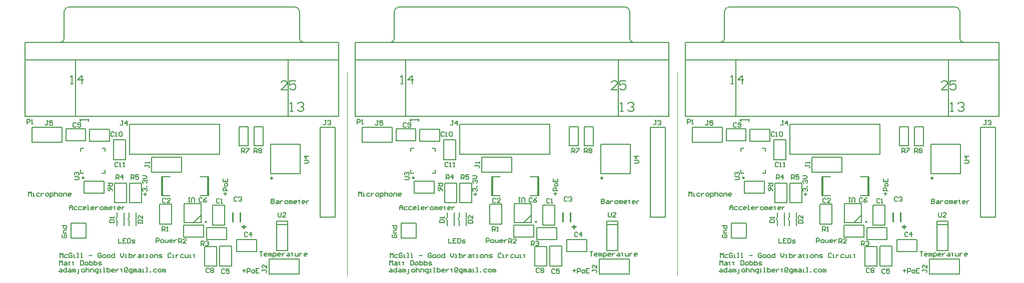
<source format=gto>
%FSLAX24Y24*%
%MOIN*%
G70*
G01*
G75*
G04 Layer_Color=65535*
%ADD10O,0.0940X0.0250*%
%ADD11R,0.0940X0.0250*%
%ADD12R,0.0385X0.0520*%
%ADD13R,0.0520X0.0385*%
%ADD14R,0.0787X0.0315*%
%ADD15R,0.1102X0.0315*%
%ADD16R,0.0315X0.0787*%
%ADD17R,0.0748X0.1339*%
%ADD18O,0.0138X0.0512*%
%ADD19O,0.0512X0.0138*%
%ADD20R,0.0906X0.0906*%
%ADD21R,0.0270X0.0270*%
%ADD22R,0.0320X0.0360*%
%ADD23R,0.0400X0.0140*%
%ADD24R,0.0600X0.0600*%
%ADD25C,0.0250*%
%ADD26C,0.0120*%
%ADD27R,0.0591X0.0591*%
%ADD28C,0.0591*%
%ADD29C,0.2000*%
%ADD30C,0.0551*%
%ADD31C,0.0394*%
%ADD32R,0.0591X0.0591*%
%ADD33C,0.0665*%
%ADD34R,0.0665X0.0665*%
%ADD35C,0.1874*%
%ADD36C,0.0500*%
%ADD37R,0.0480X0.0787*%
%ADD38C,0.0030*%
%ADD39C,0.0098*%
%ADD40C,0.0080*%
%ADD41C,0.0079*%
%ADD42C,0.0197*%
%ADD43C,0.0100*%
%ADD44C,0.0050*%
%ADD45C,0.0059*%
D38*
X54410Y10760D02*
Y24370D01*
X32400Y10740D02*
Y24350D01*
D39*
X14859Y17301D02*
G03*
X14859Y17301I-49J0D01*
G01*
X36859D02*
G03*
X36859Y17301I-49J0D01*
G01*
X58859D02*
G03*
X58859Y17301I-49J0D01*
G01*
D40*
X17885Y14680D02*
G03*
X17885Y14420I75J-130D01*
G01*
X17085Y14680D02*
G03*
X17085Y14420I75J-130D01*
G01*
X23056Y14358D02*
G03*
X23056Y14358I-50J0D01*
G01*
X27707Y14414D02*
X28457D01*
Y12444D02*
Y14414D01*
X27707Y12444D02*
X28457D01*
X27707D02*
Y14414D01*
Y14174D02*
X28457D01*
X16215Y16260D02*
Y17060D01*
X14890Y16260D02*
X16215D01*
X14890Y17060D02*
X16215D01*
X14890Y16260D02*
Y17060D01*
X17900Y16955D02*
X18700D01*
Y15630D02*
Y16955D01*
X17900Y15630D02*
Y16955D01*
Y15630D02*
X18700D01*
X16900Y16955D02*
X17700D01*
Y15630D02*
Y16955D01*
X16900Y15630D02*
Y16955D01*
Y15630D02*
X17700D01*
X22830Y13325D02*
Y14125D01*
X21505Y13325D02*
X22830D01*
X21505Y14125D02*
X22830D01*
X21505Y13325D02*
Y14125D01*
X26375Y12380D02*
Y13180D01*
X25050Y12380D02*
X26375D01*
X25050Y13180D02*
X26375D01*
X25050Y12380D02*
Y13180D01*
X24365Y13160D02*
Y13960D01*
X23040Y13160D02*
X24365D01*
X23040Y13960D02*
X24365D01*
X23040Y13160D02*
Y13960D01*
X23900Y11405D02*
X24700D01*
X23900D02*
Y12730D01*
X24700Y11405D02*
Y12730D01*
X23900D02*
X24700D01*
X18335Y14100D02*
Y14975D01*
X17885Y14100D02*
Y14420D01*
Y14680D02*
Y14975D01*
X17535Y14100D02*
Y14975D01*
X17085Y14100D02*
Y14420D01*
Y14680D02*
Y14975D01*
X22900Y11395D02*
X23700D01*
X22900D02*
Y12720D01*
X23700Y11395D02*
Y12720D01*
X22900D02*
X23700D01*
X14985Y19780D02*
Y20580D01*
X13660Y19780D02*
X14985D01*
X13660Y20580D02*
X14985D01*
X13660Y19780D02*
Y20580D01*
X25200Y20710D02*
X25800D01*
Y19450D02*
Y20710D01*
X25200Y19450D02*
Y20710D01*
Y19450D02*
X25800D01*
X26200Y20710D02*
X26800D01*
Y19450D02*
Y20710D01*
X26200Y19450D02*
Y20710D01*
Y19450D02*
X26800D01*
X15235Y19740D02*
Y20540D01*
X16560D01*
X15235Y19740D02*
X16560D01*
Y20540D01*
X16850Y19825D02*
X17650D01*
Y18500D02*
Y19825D01*
X16850Y18500D02*
Y19825D01*
Y18500D02*
X17650D01*
X21525Y14315D02*
Y15565D01*
X22675D01*
X21525Y14315D02*
X22675D01*
Y15565D01*
X22175Y14315D02*
X22675Y14815D01*
X23455Y14150D02*
X24255D01*
X23455D02*
Y15475D01*
X24255Y14150D02*
Y15475D01*
X23455D02*
X24255D01*
X19900Y14205D02*
X20700D01*
X19900D02*
Y15530D01*
X20700Y14205D02*
Y15530D01*
X19900D02*
X20700D01*
X39885Y14680D02*
G03*
X39885Y14420I75J-130D01*
G01*
X39085Y14680D02*
G03*
X39085Y14420I75J-130D01*
G01*
X45056Y14358D02*
G03*
X45056Y14358I-50J0D01*
G01*
X49707Y14414D02*
X50457D01*
Y12444D02*
Y14414D01*
X49707Y12444D02*
X50457D01*
X49707D02*
Y14414D01*
Y14174D02*
X50457D01*
X38215Y16260D02*
Y17060D01*
X36890Y16260D02*
X38215D01*
X36890Y17060D02*
X38215D01*
X36890Y16260D02*
Y17060D01*
X39900Y16955D02*
X40700D01*
Y15630D02*
Y16955D01*
X39900Y15630D02*
Y16955D01*
Y15630D02*
X40700D01*
X38900Y16955D02*
X39700D01*
Y15630D02*
Y16955D01*
X38900Y15630D02*
Y16955D01*
Y15630D02*
X39700D01*
X44830Y13325D02*
Y14125D01*
X43505Y13325D02*
X44830D01*
X43505Y14125D02*
X44830D01*
X43505Y13325D02*
Y14125D01*
X48375Y12380D02*
Y13180D01*
X47050Y12380D02*
X48375D01*
X47050Y13180D02*
X48375D01*
X47050Y12380D02*
Y13180D01*
X46365Y13160D02*
Y13960D01*
X45040Y13160D02*
X46365D01*
X45040Y13960D02*
X46365D01*
X45040Y13160D02*
Y13960D01*
X45900Y11405D02*
X46700D01*
X45900D02*
Y12730D01*
X46700Y11405D02*
Y12730D01*
X45900D02*
X46700D01*
X40335Y14100D02*
Y14975D01*
X39885Y14100D02*
Y14420D01*
Y14680D02*
Y14975D01*
X39535Y14100D02*
Y14975D01*
X39085Y14100D02*
Y14420D01*
Y14680D02*
Y14975D01*
X44900Y11395D02*
X45700D01*
X44900D02*
Y12720D01*
X45700Y11395D02*
Y12720D01*
X44900D02*
X45700D01*
X36985Y19780D02*
Y20580D01*
X35660Y19780D02*
X36985D01*
X35660Y20580D02*
X36985D01*
X35660Y19780D02*
Y20580D01*
X47200Y20710D02*
X47800D01*
Y19450D02*
Y20710D01*
X47200Y19450D02*
Y20710D01*
Y19450D02*
X47800D01*
X48200Y20710D02*
X48800D01*
Y19450D02*
Y20710D01*
X48200Y19450D02*
Y20710D01*
Y19450D02*
X48800D01*
X37235Y19740D02*
Y20540D01*
X38560D01*
X37235Y19740D02*
X38560D01*
Y20540D01*
X38850Y19825D02*
X39650D01*
Y18500D02*
Y19825D01*
X38850Y18500D02*
Y19825D01*
Y18500D02*
X39650D01*
X43525Y14315D02*
Y15565D01*
X44675D01*
X43525Y14315D02*
X44675D01*
Y15565D01*
X44175Y14315D02*
X44675Y14815D01*
X45455Y14150D02*
X46255D01*
X45455D02*
Y15475D01*
X46255Y14150D02*
Y15475D01*
X45455D02*
X46255D01*
X41900Y14205D02*
X42700D01*
X41900D02*
Y15530D01*
X42700Y14205D02*
Y15530D01*
X41900D02*
X42700D01*
X61885Y14680D02*
G03*
X61885Y14420I75J-130D01*
G01*
X61085Y14680D02*
G03*
X61085Y14420I75J-130D01*
G01*
X67056Y14358D02*
G03*
X67056Y14358I-50J0D01*
G01*
X71707Y14414D02*
X72457D01*
Y12444D02*
Y14414D01*
X71707Y12444D02*
X72457D01*
X71707D02*
Y14414D01*
Y14174D02*
X72457D01*
X60215Y16260D02*
Y17060D01*
X58890Y16260D02*
X60215D01*
X58890Y17060D02*
X60215D01*
X58890Y16260D02*
Y17060D01*
X61900Y16955D02*
X62700D01*
Y15630D02*
Y16955D01*
X61900Y15630D02*
Y16955D01*
Y15630D02*
X62700D01*
X60900Y16955D02*
X61700D01*
Y15630D02*
Y16955D01*
X60900Y15630D02*
Y16955D01*
Y15630D02*
X61700D01*
X66830Y13325D02*
Y14125D01*
X65505Y13325D02*
X66830D01*
X65505Y14125D02*
X66830D01*
X65505Y13325D02*
Y14125D01*
X70375Y12380D02*
Y13180D01*
X69050Y12380D02*
X70375D01*
X69050Y13180D02*
X70375D01*
X69050Y12380D02*
Y13180D01*
X68365Y13160D02*
Y13960D01*
X67040Y13160D02*
X68365D01*
X67040Y13960D02*
X68365D01*
X67040Y13160D02*
Y13960D01*
X67900Y11405D02*
X68700D01*
X67900D02*
Y12730D01*
X68700Y11405D02*
Y12730D01*
X67900D02*
X68700D01*
X62335Y14100D02*
Y14975D01*
X61885Y14100D02*
Y14420D01*
Y14680D02*
Y14975D01*
X61535Y14100D02*
Y14975D01*
X61085Y14100D02*
Y14420D01*
Y14680D02*
Y14975D01*
X66900Y11395D02*
X67700D01*
X66900D02*
Y12720D01*
X67700Y11395D02*
Y12720D01*
X66900D02*
X67700D01*
X58985Y19780D02*
Y20580D01*
X57660Y19780D02*
X58985D01*
X57660Y20580D02*
X58985D01*
X57660Y19780D02*
Y20580D01*
X69200Y20710D02*
X69800D01*
Y19450D02*
Y20710D01*
X69200Y19450D02*
Y20710D01*
Y19450D02*
X69800D01*
X70200Y20710D02*
X70800D01*
Y19450D02*
Y20710D01*
X70200Y19450D02*
Y20710D01*
Y19450D02*
X70800D01*
X59235Y19740D02*
Y20540D01*
X60560D01*
X59235Y19740D02*
X60560D01*
Y20540D01*
X60850Y19825D02*
X61650D01*
Y18500D02*
Y19825D01*
X60850Y18500D02*
Y19825D01*
Y18500D02*
X61650D01*
X65525Y14315D02*
Y15565D01*
X66675D01*
X65525Y14315D02*
X66675D01*
Y15565D01*
X66175Y14315D02*
X66675Y14815D01*
X67455Y14150D02*
X68255D01*
X67455D02*
Y15475D01*
X68255Y14150D02*
Y15475D01*
X67455D02*
X68255D01*
X63900Y14205D02*
X64700D01*
X63900D02*
Y15530D01*
X64700Y14205D02*
Y15530D01*
X63900D02*
X64700D01*
D41*
X13832Y28702D02*
G03*
X13559Y28429I0J-274D01*
G01*
X29226Y26616D02*
G03*
X29500Y26342I274J0D01*
G01*
X13283D02*
G03*
X13557Y26616I0J274D01*
G01*
X29224Y28429D02*
G03*
X28950Y28702I-274J0D01*
G01*
X27200Y10880D02*
X29200D01*
Y11880D01*
X27200D02*
X29200D01*
X27200Y10880D02*
Y11880D01*
X27299Y17577D02*
X29268D01*
X27299Y19546D02*
X29268D01*
Y17577D02*
Y19546D01*
X27299Y17577D02*
Y19546D01*
X30600Y14680D02*
Y20680D01*
X31600Y14680D02*
Y20680D01*
X30600D02*
X31600D01*
X30600Y14680D02*
X31600D01*
X23101Y16100D02*
Y17360D01*
X23176Y16100D02*
Y17360D01*
X22624D02*
X23176D01*
X22624Y16100D02*
X23176D01*
X14633Y17623D02*
X14840D01*
X14633D02*
Y17830D01*
Y19070D02*
Y19277D01*
X14840D01*
X16080D02*
X16287D01*
Y19070D02*
Y19277D01*
Y17623D02*
Y17830D01*
X16080Y17623D02*
X16287D01*
X20119Y16100D02*
Y17360D01*
X20044Y16100D02*
Y17360D01*
Y16100D02*
X20596D01*
X20044Y17360D02*
X20596D01*
X14000Y13280D02*
X15000D01*
X14000D02*
Y14280D01*
X15000Y13280D02*
Y14280D01*
X14000D02*
X15000D01*
X19370Y17680D02*
X21370D01*
Y18680D01*
X19370D02*
X21370D01*
X19370Y17680D02*
Y18680D01*
X17900Y18860D02*
Y20860D01*
X23900D01*
Y18860D02*
Y20860D01*
X17900Y18860D02*
X23900D01*
X10939Y25159D02*
X31844D01*
X13557Y26616D02*
Y28427D01*
X29226Y26616D02*
Y28427D01*
X13832Y28702D02*
X28950D01*
X14305Y21419D02*
Y25159D01*
X10939Y26340D02*
X31844D01*
X28478Y21419D02*
Y25159D01*
X10939Y21419D02*
X31844D01*
X10939D02*
Y26340D01*
X31844Y21419D02*
Y26340D01*
X11400Y19680D02*
X13400D01*
Y20680D01*
X11400D02*
X13400D01*
X11400Y19680D02*
Y20680D01*
X35832Y28702D02*
G03*
X35559Y28429I0J-274D01*
G01*
X51226Y26616D02*
G03*
X51500Y26342I274J0D01*
G01*
X35283D02*
G03*
X35557Y26616I0J274D01*
G01*
X51224Y28429D02*
G03*
X50950Y28702I-274J0D01*
G01*
X49200Y10880D02*
X51200D01*
Y11880D01*
X49200D02*
X51200D01*
X49200Y10880D02*
Y11880D01*
X49299Y17577D02*
X51268D01*
X49299Y19546D02*
X51268D01*
Y17577D02*
Y19546D01*
X49299Y17577D02*
Y19546D01*
X52600Y14680D02*
Y20680D01*
X53600Y14680D02*
Y20680D01*
X52600D02*
X53600D01*
X52600Y14680D02*
X53600D01*
X45101Y16100D02*
Y17360D01*
X45176Y16100D02*
Y17360D01*
X44624D02*
X45176D01*
X44624Y16100D02*
X45176D01*
X36633Y17623D02*
X36840D01*
X36633D02*
Y17830D01*
Y19070D02*
Y19277D01*
X36840D01*
X38080D02*
X38287D01*
Y19070D02*
Y19277D01*
Y17623D02*
Y17830D01*
X38080Y17623D02*
X38287D01*
X42119Y16100D02*
Y17360D01*
X42044Y16100D02*
Y17360D01*
Y16100D02*
X42596D01*
X42044Y17360D02*
X42596D01*
X36000Y13280D02*
X37000D01*
X36000D02*
Y14280D01*
X37000Y13280D02*
Y14280D01*
X36000D02*
X37000D01*
X41370Y17680D02*
X43370D01*
Y18680D01*
X41370D02*
X43370D01*
X41370Y17680D02*
Y18680D01*
X39900Y18860D02*
Y20860D01*
X45900D01*
Y18860D02*
Y20860D01*
X39900Y18860D02*
X45900D01*
X32938Y25159D02*
X53844D01*
X35557Y26616D02*
Y28427D01*
X51226Y26616D02*
Y28427D01*
X35832Y28702D02*
X50950D01*
X36305Y21419D02*
Y25159D01*
X32938Y26340D02*
X53844D01*
X50478Y21419D02*
Y25159D01*
X32938Y21419D02*
X53844D01*
X32938D02*
Y26340D01*
X53844Y21419D02*
Y26340D01*
X33400Y19680D02*
X35400D01*
Y20680D01*
X33400D02*
X35400D01*
X33400Y19680D02*
Y20680D01*
X57832Y28702D02*
G03*
X57559Y28429I0J-274D01*
G01*
X73226Y26616D02*
G03*
X73500Y26342I274J0D01*
G01*
X57283D02*
G03*
X57557Y26616I0J274D01*
G01*
X73224Y28429D02*
G03*
X72950Y28702I-274J0D01*
G01*
X71200Y10880D02*
X73200D01*
Y11880D01*
X71200D02*
X73200D01*
X71200Y10880D02*
Y11880D01*
X71299Y17577D02*
X73268D01*
X71299Y19546D02*
X73268D01*
Y17577D02*
Y19546D01*
X71299Y17577D02*
Y19546D01*
X74600Y14680D02*
Y20680D01*
X75600Y14680D02*
Y20680D01*
X74600D02*
X75600D01*
X74600Y14680D02*
X75600D01*
X67101Y16100D02*
Y17360D01*
X67176Y16100D02*
Y17360D01*
X66624D02*
X67176D01*
X66624Y16100D02*
X67176D01*
X58633Y17623D02*
X58840D01*
X58633D02*
Y17830D01*
Y19070D02*
Y19277D01*
X58840D01*
X60080D02*
X60287D01*
Y19070D02*
Y19277D01*
Y17623D02*
Y17830D01*
X60080Y17623D02*
X60287D01*
X64119Y16100D02*
Y17360D01*
X64044Y16100D02*
Y17360D01*
Y16100D02*
X64596D01*
X64044Y17360D02*
X64596D01*
X58000Y13280D02*
X59000D01*
X58000D02*
Y14280D01*
X59000Y13280D02*
Y14280D01*
X58000D02*
X59000D01*
X63370Y17680D02*
X65370D01*
Y18680D01*
X63370D02*
X65370D01*
X63370Y17680D02*
Y18680D01*
X61900Y18860D02*
Y20860D01*
X67900D01*
Y18860D02*
Y20860D01*
X61900Y18860D02*
X67900D01*
X54939Y25159D02*
X75844D01*
X57557Y26616D02*
Y28427D01*
X73226Y26616D02*
Y28427D01*
X57832Y28702D02*
X72950D01*
X58305Y21419D02*
Y25159D01*
X54939Y26340D02*
X75844D01*
X72478Y21419D02*
Y25159D01*
X54939Y21419D02*
X75844D01*
X54939D02*
Y26340D01*
X75844Y21419D02*
Y26340D01*
X55400Y19680D02*
X57400D01*
Y20680D01*
X55400D02*
X57400D01*
X55400Y19680D02*
Y20680D01*
D42*
X27390Y17290D02*
D03*
X49390D02*
D03*
X71390D02*
D03*
D43*
X24788Y14376D02*
Y14976D01*
X25288Y14376D02*
Y14976D01*
X25388Y14026D02*
X25638D01*
X25513Y13901D02*
Y14151D01*
X46788Y14376D02*
Y14976D01*
X47288Y14376D02*
Y14976D01*
X47388Y14026D02*
X47638D01*
X47513Y13901D02*
Y14151D01*
X68788Y14376D02*
Y14976D01*
X69288Y14376D02*
Y14976D01*
X69388Y14026D02*
X69638D01*
X69513Y13901D02*
Y14151D01*
D44*
X25450Y11100D02*
X25650D01*
X25550Y11200D02*
Y11000D01*
X25750Y10950D02*
Y11250D01*
X25900D01*
X25950Y11200D01*
Y11100D01*
X25900Y11050D01*
X25750D01*
X26100Y10950D02*
X26200D01*
X26250Y11000D01*
Y11100D01*
X26200Y11150D01*
X26100D01*
X26050Y11100D01*
Y11000D01*
X26100Y10950D01*
X26550Y11250D02*
X26350D01*
Y10950D01*
X26550D01*
X26350Y11100D02*
X26450D01*
X13270Y11200D02*
X13370D01*
X13420Y11150D01*
Y11000D01*
X13270D01*
X13220Y11050D01*
X13270Y11100D01*
X13420D01*
X13720Y11300D02*
Y11000D01*
X13570D01*
X13520Y11050D01*
Y11150D01*
X13570Y11200D01*
X13720D01*
X13870D02*
X13970D01*
X14020Y11150D01*
Y11000D01*
X13870D01*
X13820Y11050D01*
X13870Y11100D01*
X14020D01*
X14120Y11000D02*
Y11200D01*
X14170D01*
X14220Y11150D01*
Y11000D01*
Y11150D01*
X14270Y11200D01*
X14320Y11150D01*
Y11000D01*
X14420Y10900D02*
X14470D01*
X14520Y10950D01*
Y11200D01*
X14770Y11000D02*
X14869D01*
X14919Y11050D01*
Y11150D01*
X14869Y11200D01*
X14770D01*
X14720Y11150D01*
Y11050D01*
X14770Y11000D01*
X15019Y11300D02*
Y11000D01*
Y11150D01*
X15069Y11200D01*
X15169D01*
X15219Y11150D01*
Y11000D01*
X15319D02*
Y11200D01*
X15469D01*
X15519Y11150D01*
Y11000D01*
X15719Y10900D02*
X15769D01*
X15819Y10950D01*
Y11200D01*
X15669D01*
X15619Y11150D01*
Y11050D01*
X15669Y11000D01*
X15819D01*
X15919D02*
X16019D01*
X15969D01*
Y11200D01*
X15919D01*
X16169Y11000D02*
X16269D01*
X16219D01*
Y11300D01*
X16169D01*
X16419D02*
Y11000D01*
X16569D01*
X16619Y11050D01*
Y11100D01*
Y11150D01*
X16569Y11200D01*
X16419D01*
X16869Y11000D02*
X16769D01*
X16719Y11050D01*
Y11150D01*
X16769Y11200D01*
X16869D01*
X16919Y11150D01*
Y11100D01*
X16719D01*
X17019Y11200D02*
Y11000D01*
Y11100D01*
X17069Y11150D01*
X17119Y11200D01*
X17169D01*
X17369Y11250D02*
Y11200D01*
X17319D01*
X17419D01*
X17369D01*
Y11050D01*
X17419Y11000D01*
X17719Y11100D02*
Y11150D01*
X17669D01*
Y11100D01*
X17719D01*
X17769Y11150D01*
Y11250D01*
X17719Y11300D01*
X17619D01*
X17569Y11250D01*
Y11050D01*
X17619Y11000D01*
X17769D01*
X17968Y10900D02*
X18018D01*
X18068Y10950D01*
Y11200D01*
X17918D01*
X17868Y11150D01*
Y11050D01*
X17918Y11000D01*
X18068D01*
X18168D02*
Y11200D01*
X18218D01*
X18268Y11150D01*
Y11000D01*
Y11150D01*
X18318Y11200D01*
X18368Y11150D01*
Y11000D01*
X18518Y11200D02*
X18618D01*
X18668Y11150D01*
Y11000D01*
X18518D01*
X18468Y11050D01*
X18518Y11100D01*
X18668D01*
X18768Y11000D02*
X18868D01*
X18818D01*
Y11200D01*
X18768D01*
X19018Y11000D02*
X19118D01*
X19068D01*
Y11300D01*
X19018D01*
X19268Y11000D02*
Y11050D01*
X19318D01*
Y11000D01*
X19268D01*
X19718Y11200D02*
X19568D01*
X19518Y11150D01*
Y11050D01*
X19568Y11000D01*
X19718D01*
X19868D02*
X19968D01*
X20018Y11050D01*
Y11150D01*
X19968Y11200D01*
X19868D01*
X19818Y11150D01*
Y11050D01*
X19868Y11000D01*
X20118D02*
Y11200D01*
X20168D01*
X20218Y11150D01*
Y11000D01*
Y11150D01*
X20268Y11200D01*
X20318Y11150D01*
Y11000D01*
X26750Y11180D02*
Y11080D01*
Y11130D01*
X27000D01*
X27050Y11080D01*
Y11030D01*
X27000Y10980D01*
X27050Y11480D02*
Y11280D01*
X26850Y11480D01*
X26800D01*
X26750Y11430D01*
Y11330D01*
X26800Y11280D01*
X13240Y11470D02*
Y11770D01*
X13340Y11670D01*
X13440Y11770D01*
Y11470D01*
X13590Y11670D02*
X13690D01*
X13740Y11620D01*
Y11470D01*
X13590D01*
X13540Y11520D01*
X13590Y11570D01*
X13740D01*
X13890Y11720D02*
Y11670D01*
X13840D01*
X13940D01*
X13890D01*
Y11520D01*
X13940Y11470D01*
X14140Y11720D02*
Y11670D01*
X14090D01*
X14190D01*
X14140D01*
Y11520D01*
X14190Y11470D01*
X14640Y11770D02*
Y11470D01*
X14790D01*
X14839Y11520D01*
Y11720D01*
X14790Y11770D01*
X14640D01*
X14989Y11470D02*
X15089D01*
X15139Y11520D01*
Y11620D01*
X15089Y11670D01*
X14989D01*
X14939Y11620D01*
Y11520D01*
X14989Y11470D01*
X15239Y11770D02*
Y11470D01*
X15389D01*
X15439Y11520D01*
Y11570D01*
Y11620D01*
X15389Y11670D01*
X15239D01*
X15539Y11770D02*
Y11470D01*
X15689D01*
X15739Y11520D01*
Y11570D01*
Y11620D01*
X15689Y11670D01*
X15539D01*
X15839Y11470D02*
X15989D01*
X16039Y11520D01*
X15989Y11570D01*
X15889D01*
X15839Y11620D01*
X15889Y11670D01*
X16039D01*
X13260Y11960D02*
Y12260D01*
X13360Y12160D01*
X13460Y12260D01*
Y11960D01*
X13760Y12160D02*
X13610D01*
X13560Y12110D01*
Y12010D01*
X13610Y11960D01*
X13760D01*
X14060Y12210D02*
X14010Y12260D01*
X13910D01*
X13860Y12210D01*
Y12010D01*
X13910Y11960D01*
X14010D01*
X14060Y12010D01*
Y12110D01*
X13960D01*
X14160Y11960D02*
X14260D01*
X14210D01*
Y12160D01*
X14160D01*
X14410Y11960D02*
X14510D01*
X14460D01*
Y12260D01*
X14410D01*
X14660Y11960D02*
X14760D01*
X14710D01*
Y12260D01*
X14660D01*
X15209Y12110D02*
X15409D01*
X16009Y12210D02*
X15959Y12260D01*
X15859D01*
X15809Y12210D01*
Y12010D01*
X15859Y11960D01*
X15959D01*
X16009Y12010D01*
Y12110D01*
X15909D01*
X16159Y11960D02*
X16259D01*
X16309Y12010D01*
Y12110D01*
X16259Y12160D01*
X16159D01*
X16109Y12110D01*
Y12010D01*
X16159Y11960D01*
X16459D02*
X16559D01*
X16609Y12010D01*
Y12110D01*
X16559Y12160D01*
X16459D01*
X16409Y12110D01*
Y12010D01*
X16459Y11960D01*
X16909Y12260D02*
Y11960D01*
X16759D01*
X16709Y12010D01*
Y12110D01*
X16759Y12160D01*
X16909D01*
X17309Y12260D02*
Y12060D01*
X17409Y11960D01*
X17509Y12060D01*
Y12260D01*
X17609Y11960D02*
X17709D01*
X17659D01*
Y12160D01*
X17609D01*
X17859Y12260D02*
Y11960D01*
X18008D01*
X18058Y12010D01*
Y12060D01*
Y12110D01*
X18008Y12160D01*
X17859D01*
X18158D02*
Y11960D01*
Y12060D01*
X18208Y12110D01*
X18258Y12160D01*
X18308D01*
X18508D02*
X18608D01*
X18658Y12110D01*
Y11960D01*
X18508D01*
X18458Y12010D01*
X18508Y12060D01*
X18658D01*
X18808Y12210D02*
Y12160D01*
X18758D01*
X18858D01*
X18808D01*
Y12010D01*
X18858Y11960D01*
X19008D02*
X19108D01*
X19058D01*
Y12160D01*
X19008D01*
X19308Y11960D02*
X19408D01*
X19458Y12010D01*
Y12110D01*
X19408Y12160D01*
X19308D01*
X19258Y12110D01*
Y12010D01*
X19308Y11960D01*
X19558D02*
Y12160D01*
X19708D01*
X19758Y12110D01*
Y11960D01*
X19858D02*
X20008D01*
X20058Y12010D01*
X20008Y12060D01*
X19908D01*
X19858Y12110D01*
X19908Y12160D01*
X20058D01*
X20658Y12210D02*
X20608Y12260D01*
X20508D01*
X20458Y12210D01*
Y12010D01*
X20508Y11960D01*
X20608D01*
X20658Y12010D01*
X20758Y11960D02*
X20858D01*
X20808D01*
Y12160D01*
X20758D01*
X21007D02*
Y11960D01*
Y12060D01*
X21057Y12110D01*
X21107Y12160D01*
X21157D01*
X21507D02*
X21357D01*
X21307Y12110D01*
Y12010D01*
X21357Y11960D01*
X21507D01*
X21607Y12160D02*
Y12010D01*
X21657Y11960D01*
X21807D01*
Y12160D01*
X21907Y11960D02*
X22007D01*
X21957D01*
Y12160D01*
X21907D01*
X22207Y12210D02*
Y12160D01*
X22157D01*
X22257D01*
X22207D01*
Y12010D01*
X22257Y11960D01*
X26580Y12360D02*
X26780D01*
X26680D01*
Y12060D01*
X27030D02*
X26930D01*
X26880Y12110D01*
Y12210D01*
X26930Y12260D01*
X27030D01*
X27080Y12210D01*
Y12160D01*
X26880D01*
X27180Y12060D02*
Y12260D01*
X27230D01*
X27280Y12210D01*
Y12060D01*
Y12210D01*
X27330Y12260D01*
X27380Y12210D01*
Y12060D01*
X27480Y11960D02*
Y12260D01*
X27630D01*
X27680Y12210D01*
Y12110D01*
X27630Y12060D01*
X27480D01*
X27930D02*
X27830D01*
X27780Y12110D01*
Y12210D01*
X27830Y12260D01*
X27930D01*
X27980Y12210D01*
Y12160D01*
X27780D01*
X28080Y12260D02*
Y12060D01*
Y12160D01*
X28129Y12210D01*
X28179Y12260D01*
X28229D01*
X28429D02*
X28529D01*
X28579Y12210D01*
Y12060D01*
X28429D01*
X28379Y12110D01*
X28429Y12160D01*
X28579D01*
X28729Y12310D02*
Y12260D01*
X28679D01*
X28779D01*
X28729D01*
Y12110D01*
X28779Y12060D01*
X28929Y12260D02*
Y12110D01*
X28979Y12060D01*
X29129D01*
Y12260D01*
X29229D02*
Y12060D01*
Y12160D01*
X29279Y12210D01*
X29329Y12260D01*
X29379D01*
X29679Y12060D02*
X29579D01*
X29529Y12110D01*
Y12210D01*
X29579Y12260D01*
X29679D01*
X29729Y12210D01*
Y12160D01*
X29529D01*
X27350Y15890D02*
Y15590D01*
X27500D01*
X27550Y15640D01*
Y15690D01*
X27500Y15740D01*
X27350D01*
X27500D01*
X27550Y15790D01*
Y15840D01*
X27500Y15890D01*
X27350D01*
X27700Y15790D02*
X27800D01*
X27850Y15740D01*
Y15590D01*
X27700D01*
X27650Y15640D01*
X27700Y15690D01*
X27850D01*
X27950Y15790D02*
Y15590D01*
Y15690D01*
X28000Y15740D01*
X28050Y15790D01*
X28100D01*
X28300Y15590D02*
X28400D01*
X28450Y15640D01*
Y15740D01*
X28400Y15790D01*
X28300D01*
X28250Y15740D01*
Y15640D01*
X28300Y15590D01*
X28550D02*
Y15790D01*
X28600D01*
X28650Y15740D01*
Y15590D01*
Y15740D01*
X28700Y15790D01*
X28750Y15740D01*
Y15590D01*
X28999D02*
X28900D01*
X28850Y15640D01*
Y15740D01*
X28900Y15790D01*
X28999D01*
X29049Y15740D01*
Y15690D01*
X28850D01*
X29199Y15840D02*
Y15790D01*
X29149D01*
X29249D01*
X29199D01*
Y15640D01*
X29249Y15590D01*
X29549D02*
X29449D01*
X29399Y15640D01*
Y15740D01*
X29449Y15790D01*
X29549D01*
X29599Y15740D01*
Y15690D01*
X29399D01*
X29699Y15790D02*
Y15590D01*
Y15690D01*
X29749Y15740D01*
X29799Y15790D01*
X29849D01*
X19680Y12970D02*
Y13270D01*
X19830D01*
X19880Y13220D01*
Y13120D01*
X19830Y13070D01*
X19680D01*
X20030Y12970D02*
X20130D01*
X20180Y13020D01*
Y13120D01*
X20130Y13170D01*
X20030D01*
X19980Y13120D01*
Y13020D01*
X20030Y12970D01*
X20280Y13170D02*
Y13020D01*
X20330Y12970D01*
X20380Y13020D01*
X20430Y12970D01*
X20480Y13020D01*
Y13170D01*
X20730Y12970D02*
X20630D01*
X20580Y13020D01*
Y13120D01*
X20630Y13170D01*
X20730D01*
X20780Y13120D01*
Y13070D01*
X20580D01*
X20880Y13170D02*
Y12970D01*
Y13070D01*
X20930Y13120D01*
X20980Y13170D01*
X21030D01*
X17170Y13250D02*
Y12950D01*
X17370D01*
X17670Y13250D02*
X17470D01*
Y12950D01*
X17670D01*
X17470Y13100D02*
X17570D01*
X17770Y13250D02*
Y12950D01*
X17920D01*
X17970Y13000D01*
Y13200D01*
X17920Y13250D01*
X17770D01*
X18070Y12950D02*
X18220D01*
X18270Y13000D01*
X18220Y13050D01*
X18120D01*
X18070Y13100D01*
X18120Y13150D01*
X18270D01*
X13900Y15170D02*
Y15370D01*
X14000Y15470D01*
X14100Y15370D01*
Y15170D01*
Y15320D01*
X13900D01*
X14400Y15370D02*
X14250D01*
X14200Y15320D01*
Y15220D01*
X14250Y15170D01*
X14400D01*
X14700Y15370D02*
X14550D01*
X14500Y15320D01*
Y15220D01*
X14550Y15170D01*
X14700D01*
X14950D02*
X14850D01*
X14800Y15220D01*
Y15320D01*
X14850Y15370D01*
X14950D01*
X15000Y15320D01*
Y15270D01*
X14800D01*
X15100Y15170D02*
X15200D01*
X15150D01*
Y15470D01*
X15100D01*
X15499Y15170D02*
X15400D01*
X15350Y15220D01*
Y15320D01*
X15400Y15370D01*
X15499D01*
X15549Y15320D01*
Y15270D01*
X15350D01*
X15649Y15370D02*
Y15170D01*
Y15270D01*
X15699Y15320D01*
X15749Y15370D01*
X15799D01*
X15999Y15170D02*
X16099D01*
X16149Y15220D01*
Y15320D01*
X16099Y15370D01*
X15999D01*
X15949Y15320D01*
Y15220D01*
X15999Y15170D01*
X16249D02*
Y15370D01*
X16299D01*
X16349Y15320D01*
Y15170D01*
Y15320D01*
X16399Y15370D01*
X16449Y15320D01*
Y15170D01*
X16699D02*
X16599D01*
X16549Y15220D01*
Y15320D01*
X16599Y15370D01*
X16699D01*
X16749Y15320D01*
Y15270D01*
X16549D01*
X16899Y15420D02*
Y15370D01*
X16849D01*
X16949D01*
X16899D01*
Y15220D01*
X16949Y15170D01*
X17249D02*
X17149D01*
X17099Y15220D01*
Y15320D01*
X17149Y15370D01*
X17249D01*
X17299Y15320D01*
Y15270D01*
X17099D01*
X17399Y15370D02*
Y15170D01*
Y15270D01*
X17449Y15320D01*
X17499Y15370D01*
X17549D01*
X11170Y16080D02*
Y16380D01*
X11270Y16280D01*
X11370Y16380D01*
Y16080D01*
X11470D02*
X11570D01*
X11520D01*
Y16280D01*
X11470D01*
X11920D02*
X11770D01*
X11720Y16230D01*
Y16130D01*
X11770Y16080D01*
X11920D01*
X12020Y16280D02*
Y16080D01*
Y16180D01*
X12070Y16230D01*
X12120Y16280D01*
X12170D01*
X12370Y16080D02*
X12470D01*
X12520Y16130D01*
Y16230D01*
X12470Y16280D01*
X12370D01*
X12320Y16230D01*
Y16130D01*
X12370Y16080D01*
X12620Y15980D02*
Y16280D01*
X12769D01*
X12819Y16230D01*
Y16130D01*
X12769Y16080D01*
X12620D01*
X12919Y16380D02*
Y16080D01*
Y16230D01*
X12969Y16280D01*
X13069D01*
X13119Y16230D01*
Y16080D01*
X13269D02*
X13369D01*
X13419Y16130D01*
Y16230D01*
X13369Y16280D01*
X13269D01*
X13219Y16230D01*
Y16130D01*
X13269Y16080D01*
X13519D02*
Y16280D01*
X13669D01*
X13719Y16230D01*
Y16080D01*
X13969D02*
X13869D01*
X13819Y16130D01*
Y16230D01*
X13869Y16280D01*
X13969D01*
X14019Y16230D01*
Y16180D01*
X13819D01*
X24280Y16140D02*
Y16340D01*
X24180Y16240D02*
X24380D01*
X24430Y16440D02*
X24130D01*
Y16590D01*
X24180Y16640D01*
X24280D01*
X24330Y16590D01*
Y16440D01*
X24430Y16790D02*
Y16890D01*
X24380Y16940D01*
X24280D01*
X24230Y16890D01*
Y16790D01*
X24280Y16740D01*
X24380D01*
X24430Y16790D01*
X24130Y17240D02*
Y17040D01*
X24430D01*
Y17240D01*
X24280Y17040D02*
Y17140D01*
X18940Y16100D02*
Y16300D01*
X18840Y16200D02*
X19040D01*
X18840Y16400D02*
X18790Y16450D01*
Y16550D01*
X18840Y16600D01*
X18890D01*
X18940Y16550D01*
Y16500D01*
Y16550D01*
X18990Y16600D01*
X19040D01*
X19090Y16550D01*
Y16450D01*
X19040Y16400D01*
X19090Y16700D02*
X19040D01*
Y16750D01*
X19090D01*
Y16700D01*
X18840Y16950D02*
X18790Y17000D01*
Y17100D01*
X18840Y17150D01*
X18890D01*
X18940Y17100D01*
Y17050D01*
Y17100D01*
X18990Y17150D01*
X19040D01*
X19090Y17100D01*
Y17000D01*
X19040Y16950D01*
X18790Y17250D02*
X18990D01*
X19090Y17350D01*
X18990Y17450D01*
X18790D01*
X27820Y14990D02*
Y14740D01*
X27870Y14690D01*
X27970D01*
X28020Y14740D01*
Y14990D01*
X28320Y14690D02*
X28120D01*
X28320Y14890D01*
Y14940D01*
X28270Y14990D01*
X28170D01*
X28120Y14940D01*
X29530Y18290D02*
X29780D01*
X29830Y18340D01*
Y18440D01*
X29780Y18490D01*
X29530D01*
X29830Y18740D02*
X29530D01*
X29680Y18590D01*
Y18790D01*
X31010Y21140D02*
X30910D01*
X30960D01*
Y20890D01*
X30910Y20840D01*
X30860D01*
X30810Y20890D01*
X31110Y21090D02*
X31160Y21140D01*
X31260D01*
X31310Y21090D01*
Y21040D01*
X31260Y20990D01*
X31210D01*
X31260D01*
X31310Y20940D01*
Y20890D01*
X31260Y20840D01*
X31160D01*
X31110Y20890D01*
X14240Y17170D02*
X14490D01*
X14540Y17220D01*
Y17320D01*
X14490Y17370D01*
X14240D01*
X14290Y17470D02*
X14240Y17520D01*
Y17620D01*
X14290Y17670D01*
X14340D01*
X14390Y17620D01*
Y17570D01*
Y17620D01*
X14440Y17670D01*
X14490D01*
X14540Y17620D01*
Y17520D01*
X14490Y17470D01*
X20310Y15890D02*
X20260Y15940D01*
X20160D01*
X20110Y15890D01*
Y15690D01*
X20160Y15640D01*
X20260D01*
X20310Y15690D01*
X20610Y15640D02*
X20410D01*
X20610Y15840D01*
Y15890D01*
X20560Y15940D01*
X20460D01*
X20410Y15890D01*
X25770Y13610D02*
X25720Y13660D01*
X25620D01*
X25570Y13610D01*
Y13410D01*
X25620Y13360D01*
X25720D01*
X25770Y13410D01*
X26020Y13360D02*
Y13660D01*
X25870Y13510D01*
X26070D01*
X18005Y17205D02*
Y17505D01*
X18155D01*
X18205Y17455D01*
Y17355D01*
X18155Y17305D01*
X18005D01*
X18105D02*
X18205Y17205D01*
X18505Y17505D02*
X18305D01*
Y17355D01*
X18405Y17405D01*
X18455D01*
X18505Y17355D01*
Y17255D01*
X18455Y17205D01*
X18355D01*
X18305Y17255D01*
X17005Y17205D02*
Y17505D01*
X17155D01*
X17205Y17455D01*
Y17355D01*
X17155Y17305D01*
X17005D01*
X17105D02*
X17205Y17205D01*
X17455D02*
Y17505D01*
X17305Y17355D01*
X17505D01*
X22660Y12790D02*
Y13090D01*
X22810D01*
X22860Y13040D01*
Y12940D01*
X22810Y12890D01*
X22660D01*
X22760D02*
X22860Y12790D01*
X22960Y13040D02*
X23010Y13090D01*
X23110D01*
X23160Y13040D01*
Y12990D01*
X23110Y12940D01*
X23060D01*
X23110D01*
X23160Y12890D01*
Y12840D01*
X23110Y12790D01*
X23010D01*
X22960Y12840D01*
X24250Y11170D02*
X24200Y11220D01*
X24100D01*
X24050Y11170D01*
Y10970D01*
X24100Y10920D01*
X24200D01*
X24250Y10970D01*
X24550Y11220D02*
X24350D01*
Y11070D01*
X24450Y11120D01*
X24500D01*
X24550Y11070D01*
Y10970D01*
X24500Y10920D01*
X24400D01*
X24350Y10970D01*
X13465Y13495D02*
X13415Y13445D01*
Y13345D01*
X13465Y13295D01*
X13665D01*
X13715Y13345D01*
Y13445D01*
X13665Y13495D01*
X13565D01*
Y13395D01*
X13715Y13595D02*
X13515D01*
Y13745D01*
X13565Y13795D01*
X13715D01*
X13415Y14095D02*
X13715D01*
Y13945D01*
X13665Y13895D01*
X13565D01*
X13515Y13945D01*
Y14095D01*
X18930Y18160D02*
Y18060D01*
Y18110D01*
X19180D01*
X19230Y18060D01*
Y18010D01*
X19180Y17960D01*
X19230Y18260D02*
Y18360D01*
Y18310D01*
X18930D01*
X18980Y18260D01*
X18470Y14260D02*
X18770D01*
Y14410D01*
X18720Y14460D01*
X18520D01*
X18470Y14410D01*
Y14260D01*
X18770Y14760D02*
Y14560D01*
X18570Y14760D01*
X18520D01*
X18470Y14710D01*
Y14610D01*
X18520Y14560D01*
X16580Y14300D02*
X16880D01*
Y14450D01*
X16830Y14500D01*
X16630D01*
X16580Y14450D01*
Y14300D01*
X16880Y14600D02*
Y14700D01*
Y14650D01*
X16580D01*
X16630Y14600D01*
X16465Y16955D02*
X16765D01*
Y16805D01*
X16715Y16755D01*
X16615D01*
X16565Y16805D01*
Y16955D01*
Y16855D02*
X16465Y16755D01*
X16765Y16455D02*
X16715Y16555D01*
X16615Y16655D01*
X16515D01*
X16465Y16605D01*
Y16505D01*
X16515Y16455D01*
X16565D01*
X16615Y16505D01*
Y16655D01*
X22740Y15910D02*
X22690Y15960D01*
X22590D01*
X22540Y15910D01*
Y15710D01*
X22590Y15660D01*
X22690D01*
X22740Y15710D01*
X23040Y15960D02*
X22940Y15910D01*
X22840Y15810D01*
Y15710D01*
X22890Y15660D01*
X22990D01*
X23040Y15710D01*
Y15760D01*
X22990Y15810D01*
X22840D01*
X23220Y11210D02*
X23170Y11260D01*
X23070D01*
X23020Y11210D01*
Y11010D01*
X23070Y10960D01*
X23170D01*
X23220Y11010D01*
X23320Y11210D02*
X23370Y11260D01*
X23470D01*
X23520Y11210D01*
Y11160D01*
X23470Y11110D01*
X23520Y11060D01*
Y11010D01*
X23470Y10960D01*
X23370D01*
X23320Y11010D01*
Y11060D01*
X23370Y11110D01*
X23320Y11160D01*
Y11210D01*
X23370Y11110D02*
X23470D01*
X14350Y20930D02*
X14300Y20980D01*
X14200D01*
X14150Y20930D01*
Y20730D01*
X14200Y20680D01*
X14300D01*
X14350Y20730D01*
X14450D02*
X14500Y20680D01*
X14600D01*
X14650Y20730D01*
Y20930D01*
X14600Y20980D01*
X14500D01*
X14450Y20930D01*
Y20880D01*
X14500Y20830D01*
X14650D01*
X25380Y18970D02*
Y19270D01*
X25530D01*
X25580Y19220D01*
Y19120D01*
X25530Y19070D01*
X25380D01*
X25480D02*
X25580Y18970D01*
X25680Y19270D02*
X25880D01*
Y19220D01*
X25680Y19020D01*
Y18970D01*
X26220D02*
Y19270D01*
X26370D01*
X26420Y19220D01*
Y19120D01*
X26370Y19070D01*
X26220D01*
X26320D02*
X26420Y18970D01*
X26520Y19220D02*
X26570Y19270D01*
X26670D01*
X26720Y19220D01*
Y19170D01*
X26670Y19120D01*
X26720Y19070D01*
Y19020D01*
X26670Y18970D01*
X26570D01*
X26520Y19020D01*
Y19070D01*
X26570Y19120D01*
X26520Y19170D01*
Y19220D01*
X26570Y19120D02*
X26670D01*
X17484Y21093D02*
X17384D01*
X17434D01*
Y20843D01*
X17384Y20793D01*
X17334D01*
X17284Y20843D01*
X17734Y20793D02*
Y21093D01*
X17584Y20943D01*
X17784D01*
X16860Y20320D02*
X16810Y20370D01*
X16710D01*
X16660Y20320D01*
Y20120D01*
X16710Y20070D01*
X16810D01*
X16860Y20120D01*
X16960Y20070D02*
X17060D01*
X17010D01*
Y20370D01*
X16960Y20320D01*
X17210D02*
X17260Y20370D01*
X17360D01*
X17410Y20320D01*
Y20120D01*
X17360Y20070D01*
X17260D01*
X17210Y20120D01*
Y20320D01*
X17130Y18280D02*
X17080Y18330D01*
X16980D01*
X16930Y18280D01*
Y18080D01*
X16980Y18030D01*
X17080D01*
X17130Y18080D01*
X17230Y18030D02*
X17330D01*
X17280D01*
Y18330D01*
X17230Y18280D01*
X17480Y18030D02*
X17580D01*
X17530D01*
Y18330D01*
X17480Y18280D01*
X11070Y20900D02*
Y21200D01*
X11220D01*
X11270Y21150D01*
Y21050D01*
X11220Y21000D01*
X11070D01*
X11370Y20900D02*
X11470D01*
X11420D01*
Y21200D01*
X11370Y21150D01*
X12490Y21110D02*
X12390D01*
X12440D01*
Y20860D01*
X12390Y20810D01*
X12340D01*
X12290Y20860D01*
X12790Y21110D02*
X12590D01*
Y20960D01*
X12690Y21010D01*
X12740D01*
X12790Y20960D01*
Y20860D01*
X12740Y20810D01*
X12640D01*
X12590Y20860D01*
X22230Y15660D02*
Y15910D01*
X22180Y15960D01*
X22080D01*
X22030Y15910D01*
Y15660D01*
X21930Y15960D02*
X21830D01*
X21880D01*
Y15660D01*
X21930Y15710D01*
X23900Y15860D02*
X23850Y15910D01*
X23750D01*
X23700Y15860D01*
Y15660D01*
X23750Y15610D01*
X23850D01*
X23900Y15660D01*
X24000Y15610D02*
X24100D01*
X24050D01*
Y15910D01*
X24000Y15860D01*
X25090Y15990D02*
X25040Y16040D01*
X24940D01*
X24890Y15990D01*
Y15790D01*
X24940Y15740D01*
X25040D01*
X25090Y15790D01*
X25190Y15990D02*
X25240Y16040D01*
X25340D01*
X25390Y15990D01*
Y15940D01*
X25340Y15890D01*
X25290D01*
X25340D01*
X25390Y15840D01*
Y15790D01*
X25340Y15740D01*
X25240D01*
X25190Y15790D01*
X20085Y13735D02*
Y14035D01*
X20235D01*
X20285Y13985D01*
Y13885D01*
X20235Y13835D01*
X20085D01*
X20185D02*
X20285Y13735D01*
X20385D02*
X20485D01*
X20435D01*
Y14035D01*
X20385Y13985D01*
X21190Y12930D02*
Y13230D01*
X21340D01*
X21390Y13180D01*
Y13080D01*
X21340Y13030D01*
X21190D01*
X21290D02*
X21390Y12930D01*
X21690D02*
X21490D01*
X21690Y13130D01*
Y13180D01*
X21640Y13230D01*
X21540D01*
X21490Y13180D01*
X47450Y11100D02*
X47650D01*
X47550Y11200D02*
Y11000D01*
X47750Y10950D02*
Y11250D01*
X47900D01*
X47950Y11200D01*
Y11100D01*
X47900Y11050D01*
X47750D01*
X48100Y10950D02*
X48200D01*
X48250Y11000D01*
Y11100D01*
X48200Y11150D01*
X48100D01*
X48050Y11100D01*
Y11000D01*
X48100Y10950D01*
X48550Y11250D02*
X48350D01*
Y10950D01*
X48550D01*
X48350Y11100D02*
X48450D01*
X35270Y11200D02*
X35370D01*
X35420Y11150D01*
Y11000D01*
X35270D01*
X35220Y11050D01*
X35270Y11100D01*
X35420D01*
X35720Y11300D02*
Y11000D01*
X35570D01*
X35520Y11050D01*
Y11150D01*
X35570Y11200D01*
X35720D01*
X35870D02*
X35970D01*
X36020Y11150D01*
Y11000D01*
X35870D01*
X35820Y11050D01*
X35870Y11100D01*
X36020D01*
X36120Y11000D02*
Y11200D01*
X36170D01*
X36220Y11150D01*
Y11000D01*
Y11150D01*
X36270Y11200D01*
X36320Y11150D01*
Y11000D01*
X36420Y10900D02*
X36470D01*
X36520Y10950D01*
Y11200D01*
X36769Y11000D02*
X36869D01*
X36919Y11050D01*
Y11150D01*
X36869Y11200D01*
X36769D01*
X36720Y11150D01*
Y11050D01*
X36769Y11000D01*
X37019Y11300D02*
Y11000D01*
Y11150D01*
X37069Y11200D01*
X37169D01*
X37219Y11150D01*
Y11000D01*
X37319D02*
Y11200D01*
X37469D01*
X37519Y11150D01*
Y11000D01*
X37719Y10900D02*
X37769D01*
X37819Y10950D01*
Y11200D01*
X37669D01*
X37619Y11150D01*
Y11050D01*
X37669Y11000D01*
X37819D01*
X37919D02*
X38019D01*
X37969D01*
Y11200D01*
X37919D01*
X38169Y11000D02*
X38269D01*
X38219D01*
Y11300D01*
X38169D01*
X38419D02*
Y11000D01*
X38569D01*
X38619Y11050D01*
Y11100D01*
Y11150D01*
X38569Y11200D01*
X38419D01*
X38869Y11000D02*
X38769D01*
X38719Y11050D01*
Y11150D01*
X38769Y11200D01*
X38869D01*
X38919Y11150D01*
Y11100D01*
X38719D01*
X39019Y11200D02*
Y11000D01*
Y11100D01*
X39069Y11150D01*
X39119Y11200D01*
X39169D01*
X39369Y11250D02*
Y11200D01*
X39319D01*
X39419D01*
X39369D01*
Y11050D01*
X39419Y11000D01*
X39719Y11100D02*
Y11150D01*
X39669D01*
Y11100D01*
X39719D01*
X39769Y11150D01*
Y11250D01*
X39719Y11300D01*
X39619D01*
X39569Y11250D01*
Y11050D01*
X39619Y11000D01*
X39769D01*
X39968Y10900D02*
X40018D01*
X40068Y10950D01*
Y11200D01*
X39918D01*
X39869Y11150D01*
Y11050D01*
X39918Y11000D01*
X40068D01*
X40168D02*
Y11200D01*
X40218D01*
X40268Y11150D01*
Y11000D01*
Y11150D01*
X40318Y11200D01*
X40368Y11150D01*
Y11000D01*
X40518Y11200D02*
X40618D01*
X40668Y11150D01*
Y11000D01*
X40518D01*
X40468Y11050D01*
X40518Y11100D01*
X40668D01*
X40768Y11000D02*
X40868D01*
X40818D01*
Y11200D01*
X40768D01*
X41018Y11000D02*
X41118D01*
X41068D01*
Y11300D01*
X41018D01*
X41268Y11000D02*
Y11050D01*
X41318D01*
Y11000D01*
X41268D01*
X41718Y11200D02*
X41568D01*
X41518Y11150D01*
Y11050D01*
X41568Y11000D01*
X41718D01*
X41868D02*
X41968D01*
X42018Y11050D01*
Y11150D01*
X41968Y11200D01*
X41868D01*
X41818Y11150D01*
Y11050D01*
X41868Y11000D01*
X42118D02*
Y11200D01*
X42168D01*
X42218Y11150D01*
Y11000D01*
Y11150D01*
X42268Y11200D01*
X42318Y11150D01*
Y11000D01*
X48750Y11180D02*
Y11080D01*
Y11130D01*
X49000D01*
X49050Y11080D01*
Y11030D01*
X49000Y10980D01*
X49050Y11480D02*
Y11280D01*
X48850Y11480D01*
X48800D01*
X48750Y11430D01*
Y11330D01*
X48800Y11280D01*
X35240Y11470D02*
Y11770D01*
X35340Y11670D01*
X35440Y11770D01*
Y11470D01*
X35590Y11670D02*
X35690D01*
X35740Y11620D01*
Y11470D01*
X35590D01*
X35540Y11520D01*
X35590Y11570D01*
X35740D01*
X35890Y11720D02*
Y11670D01*
X35840D01*
X35940D01*
X35890D01*
Y11520D01*
X35940Y11470D01*
X36140Y11720D02*
Y11670D01*
X36090D01*
X36190D01*
X36140D01*
Y11520D01*
X36190Y11470D01*
X36640Y11770D02*
Y11470D01*
X36790D01*
X36839Y11520D01*
Y11720D01*
X36790Y11770D01*
X36640D01*
X36989Y11470D02*
X37089D01*
X37139Y11520D01*
Y11620D01*
X37089Y11670D01*
X36989D01*
X36939Y11620D01*
Y11520D01*
X36989Y11470D01*
X37239Y11770D02*
Y11470D01*
X37389D01*
X37439Y11520D01*
Y11570D01*
Y11620D01*
X37389Y11670D01*
X37239D01*
X37539Y11770D02*
Y11470D01*
X37689D01*
X37739Y11520D01*
Y11570D01*
Y11620D01*
X37689Y11670D01*
X37539D01*
X37839Y11470D02*
X37989D01*
X38039Y11520D01*
X37989Y11570D01*
X37889D01*
X37839Y11620D01*
X37889Y11670D01*
X38039D01*
X35260Y11960D02*
Y12260D01*
X35360Y12160D01*
X35460Y12260D01*
Y11960D01*
X35760Y12160D02*
X35610D01*
X35560Y12110D01*
Y12010D01*
X35610Y11960D01*
X35760D01*
X36060Y12210D02*
X36010Y12260D01*
X35910D01*
X35860Y12210D01*
Y12010D01*
X35910Y11960D01*
X36010D01*
X36060Y12010D01*
Y12110D01*
X35960D01*
X36160Y11960D02*
X36260D01*
X36210D01*
Y12160D01*
X36160D01*
X36410Y11960D02*
X36510D01*
X36460D01*
Y12260D01*
X36410D01*
X36660Y11960D02*
X36760D01*
X36710D01*
Y12260D01*
X36660D01*
X37209Y12110D02*
X37409D01*
X38009Y12210D02*
X37959Y12260D01*
X37859D01*
X37809Y12210D01*
Y12010D01*
X37859Y11960D01*
X37959D01*
X38009Y12010D01*
Y12110D01*
X37909D01*
X38159Y11960D02*
X38259D01*
X38309Y12010D01*
Y12110D01*
X38259Y12160D01*
X38159D01*
X38109Y12110D01*
Y12010D01*
X38159Y11960D01*
X38459D02*
X38559D01*
X38609Y12010D01*
Y12110D01*
X38559Y12160D01*
X38459D01*
X38409Y12110D01*
Y12010D01*
X38459Y11960D01*
X38909Y12260D02*
Y11960D01*
X38759D01*
X38709Y12010D01*
Y12110D01*
X38759Y12160D01*
X38909D01*
X39309Y12260D02*
Y12060D01*
X39409Y11960D01*
X39509Y12060D01*
Y12260D01*
X39609Y11960D02*
X39709D01*
X39659D01*
Y12160D01*
X39609D01*
X39859Y12260D02*
Y11960D01*
X40008D01*
X40058Y12010D01*
Y12060D01*
Y12110D01*
X40008Y12160D01*
X39859D01*
X40158D02*
Y11960D01*
Y12060D01*
X40208Y12110D01*
X40258Y12160D01*
X40308D01*
X40508D02*
X40608D01*
X40658Y12110D01*
Y11960D01*
X40508D01*
X40458Y12010D01*
X40508Y12060D01*
X40658D01*
X40808Y12210D02*
Y12160D01*
X40758D01*
X40858D01*
X40808D01*
Y12010D01*
X40858Y11960D01*
X41008D02*
X41108D01*
X41058D01*
Y12160D01*
X41008D01*
X41308Y11960D02*
X41408D01*
X41458Y12010D01*
Y12110D01*
X41408Y12160D01*
X41308D01*
X41258Y12110D01*
Y12010D01*
X41308Y11960D01*
X41558D02*
Y12160D01*
X41708D01*
X41758Y12110D01*
Y11960D01*
X41858D02*
X42008D01*
X42058Y12010D01*
X42008Y12060D01*
X41908D01*
X41858Y12110D01*
X41908Y12160D01*
X42058D01*
X42658Y12210D02*
X42608Y12260D01*
X42508D01*
X42458Y12210D01*
Y12010D01*
X42508Y11960D01*
X42608D01*
X42658Y12010D01*
X42758Y11960D02*
X42858D01*
X42808D01*
Y12160D01*
X42758D01*
X43007D02*
Y11960D01*
Y12060D01*
X43057Y12110D01*
X43107Y12160D01*
X43157D01*
X43507D02*
X43357D01*
X43307Y12110D01*
Y12010D01*
X43357Y11960D01*
X43507D01*
X43607Y12160D02*
Y12010D01*
X43657Y11960D01*
X43807D01*
Y12160D01*
X43907Y11960D02*
X44007D01*
X43957D01*
Y12160D01*
X43907D01*
X44207Y12210D02*
Y12160D01*
X44157D01*
X44257D01*
X44207D01*
Y12010D01*
X44257Y11960D01*
X48580Y12360D02*
X48780D01*
X48680D01*
Y12060D01*
X49030D02*
X48930D01*
X48880Y12110D01*
Y12210D01*
X48930Y12260D01*
X49030D01*
X49080Y12210D01*
Y12160D01*
X48880D01*
X49180Y12060D02*
Y12260D01*
X49230D01*
X49280Y12210D01*
Y12060D01*
Y12210D01*
X49330Y12260D01*
X49380Y12210D01*
Y12060D01*
X49480Y11960D02*
Y12260D01*
X49630D01*
X49680Y12210D01*
Y12110D01*
X49630Y12060D01*
X49480D01*
X49930D02*
X49830D01*
X49780Y12110D01*
Y12210D01*
X49830Y12260D01*
X49930D01*
X49980Y12210D01*
Y12160D01*
X49780D01*
X50080Y12260D02*
Y12060D01*
Y12160D01*
X50129Y12210D01*
X50179Y12260D01*
X50229D01*
X50429D02*
X50529D01*
X50579Y12210D01*
Y12060D01*
X50429D01*
X50379Y12110D01*
X50429Y12160D01*
X50579D01*
X50729Y12310D02*
Y12260D01*
X50679D01*
X50779D01*
X50729D01*
Y12110D01*
X50779Y12060D01*
X50929Y12260D02*
Y12110D01*
X50979Y12060D01*
X51129D01*
Y12260D01*
X51229D02*
Y12060D01*
Y12160D01*
X51279Y12210D01*
X51329Y12260D01*
X51379D01*
X51679Y12060D02*
X51579D01*
X51529Y12110D01*
Y12210D01*
X51579Y12260D01*
X51679D01*
X51729Y12210D01*
Y12160D01*
X51529D01*
X49350Y15890D02*
Y15590D01*
X49500D01*
X49550Y15640D01*
Y15690D01*
X49500Y15740D01*
X49350D01*
X49500D01*
X49550Y15790D01*
Y15840D01*
X49500Y15890D01*
X49350D01*
X49700Y15790D02*
X49800D01*
X49850Y15740D01*
Y15590D01*
X49700D01*
X49650Y15640D01*
X49700Y15690D01*
X49850D01*
X49950Y15790D02*
Y15590D01*
Y15690D01*
X50000Y15740D01*
X50050Y15790D01*
X50100D01*
X50300Y15590D02*
X50400D01*
X50450Y15640D01*
Y15740D01*
X50400Y15790D01*
X50300D01*
X50250Y15740D01*
Y15640D01*
X50300Y15590D01*
X50550D02*
Y15790D01*
X50600D01*
X50650Y15740D01*
Y15590D01*
Y15740D01*
X50700Y15790D01*
X50750Y15740D01*
Y15590D01*
X50999D02*
X50900D01*
X50850Y15640D01*
Y15740D01*
X50900Y15790D01*
X50999D01*
X51049Y15740D01*
Y15690D01*
X50850D01*
X51199Y15840D02*
Y15790D01*
X51149D01*
X51249D01*
X51199D01*
Y15640D01*
X51249Y15590D01*
X51549D02*
X51449D01*
X51399Y15640D01*
Y15740D01*
X51449Y15790D01*
X51549D01*
X51599Y15740D01*
Y15690D01*
X51399D01*
X51699Y15790D02*
Y15590D01*
Y15690D01*
X51749Y15740D01*
X51799Y15790D01*
X51849D01*
X41680Y12970D02*
Y13270D01*
X41830D01*
X41880Y13220D01*
Y13120D01*
X41830Y13070D01*
X41680D01*
X42030Y12970D02*
X42130D01*
X42180Y13020D01*
Y13120D01*
X42130Y13170D01*
X42030D01*
X41980Y13120D01*
Y13020D01*
X42030Y12970D01*
X42280Y13170D02*
Y13020D01*
X42330Y12970D01*
X42380Y13020D01*
X42430Y12970D01*
X42480Y13020D01*
Y13170D01*
X42730Y12970D02*
X42630D01*
X42580Y13020D01*
Y13120D01*
X42630Y13170D01*
X42730D01*
X42780Y13120D01*
Y13070D01*
X42580D01*
X42880Y13170D02*
Y12970D01*
Y13070D01*
X42930Y13120D01*
X42980Y13170D01*
X43030D01*
X39170Y13250D02*
Y12950D01*
X39370D01*
X39670Y13250D02*
X39470D01*
Y12950D01*
X39670D01*
X39470Y13100D02*
X39570D01*
X39770Y13250D02*
Y12950D01*
X39920D01*
X39970Y13000D01*
Y13200D01*
X39920Y13250D01*
X39770D01*
X40070Y12950D02*
X40220D01*
X40270Y13000D01*
X40220Y13050D01*
X40120D01*
X40070Y13100D01*
X40120Y13150D01*
X40270D01*
X35900Y15170D02*
Y15370D01*
X36000Y15470D01*
X36100Y15370D01*
Y15170D01*
Y15320D01*
X35900D01*
X36400Y15370D02*
X36250D01*
X36200Y15320D01*
Y15220D01*
X36250Y15170D01*
X36400D01*
X36700Y15370D02*
X36550D01*
X36500Y15320D01*
Y15220D01*
X36550Y15170D01*
X36700D01*
X36950D02*
X36850D01*
X36800Y15220D01*
Y15320D01*
X36850Y15370D01*
X36950D01*
X37000Y15320D01*
Y15270D01*
X36800D01*
X37100Y15170D02*
X37200D01*
X37150D01*
Y15470D01*
X37100D01*
X37499Y15170D02*
X37400D01*
X37350Y15220D01*
Y15320D01*
X37400Y15370D01*
X37499D01*
X37549Y15320D01*
Y15270D01*
X37350D01*
X37649Y15370D02*
Y15170D01*
Y15270D01*
X37699Y15320D01*
X37749Y15370D01*
X37799D01*
X37999Y15170D02*
X38099D01*
X38149Y15220D01*
Y15320D01*
X38099Y15370D01*
X37999D01*
X37949Y15320D01*
Y15220D01*
X37999Y15170D01*
X38249D02*
Y15370D01*
X38299D01*
X38349Y15320D01*
Y15170D01*
Y15320D01*
X38399Y15370D01*
X38449Y15320D01*
Y15170D01*
X38699D02*
X38599D01*
X38549Y15220D01*
Y15320D01*
X38599Y15370D01*
X38699D01*
X38749Y15320D01*
Y15270D01*
X38549D01*
X38899Y15420D02*
Y15370D01*
X38849D01*
X38949D01*
X38899D01*
Y15220D01*
X38949Y15170D01*
X39249D02*
X39149D01*
X39099Y15220D01*
Y15320D01*
X39149Y15370D01*
X39249D01*
X39299Y15320D01*
Y15270D01*
X39099D01*
X39399Y15370D02*
Y15170D01*
Y15270D01*
X39449Y15320D01*
X39499Y15370D01*
X39549D01*
X33170Y16080D02*
Y16380D01*
X33270Y16280D01*
X33370Y16380D01*
Y16080D01*
X33470D02*
X33570D01*
X33520D01*
Y16280D01*
X33470D01*
X33920D02*
X33770D01*
X33720Y16230D01*
Y16130D01*
X33770Y16080D01*
X33920D01*
X34020Y16280D02*
Y16080D01*
Y16180D01*
X34070Y16230D01*
X34120Y16280D01*
X34170D01*
X34370Y16080D02*
X34470D01*
X34520Y16130D01*
Y16230D01*
X34470Y16280D01*
X34370D01*
X34320Y16230D01*
Y16130D01*
X34370Y16080D01*
X34620Y15980D02*
Y16280D01*
X34769D01*
X34819Y16230D01*
Y16130D01*
X34769Y16080D01*
X34620D01*
X34919Y16380D02*
Y16080D01*
Y16230D01*
X34969Y16280D01*
X35069D01*
X35119Y16230D01*
Y16080D01*
X35269D02*
X35369D01*
X35419Y16130D01*
Y16230D01*
X35369Y16280D01*
X35269D01*
X35219Y16230D01*
Y16130D01*
X35269Y16080D01*
X35519D02*
Y16280D01*
X35669D01*
X35719Y16230D01*
Y16080D01*
X35969D02*
X35869D01*
X35819Y16130D01*
Y16230D01*
X35869Y16280D01*
X35969D01*
X36019Y16230D01*
Y16180D01*
X35819D01*
X46280Y16140D02*
Y16340D01*
X46180Y16240D02*
X46380D01*
X46430Y16440D02*
X46130D01*
Y16590D01*
X46180Y16640D01*
X46280D01*
X46330Y16590D01*
Y16440D01*
X46430Y16790D02*
Y16890D01*
X46380Y16940D01*
X46280D01*
X46230Y16890D01*
Y16790D01*
X46280Y16740D01*
X46380D01*
X46430Y16790D01*
X46130Y17240D02*
Y17040D01*
X46430D01*
Y17240D01*
X46280Y17040D02*
Y17140D01*
X40940Y16100D02*
Y16300D01*
X40840Y16200D02*
X41040D01*
X40840Y16400D02*
X40790Y16450D01*
Y16550D01*
X40840Y16600D01*
X40890D01*
X40940Y16550D01*
Y16500D01*
Y16550D01*
X40990Y16600D01*
X41040D01*
X41090Y16550D01*
Y16450D01*
X41040Y16400D01*
X41090Y16700D02*
X41040D01*
Y16750D01*
X41090D01*
Y16700D01*
X40840Y16950D02*
X40790Y17000D01*
Y17100D01*
X40840Y17150D01*
X40890D01*
X40940Y17100D01*
Y17050D01*
Y17100D01*
X40990Y17150D01*
X41040D01*
X41090Y17100D01*
Y17000D01*
X41040Y16950D01*
X40790Y17250D02*
X40990D01*
X41090Y17350D01*
X40990Y17450D01*
X40790D01*
X49820Y14990D02*
Y14740D01*
X49870Y14690D01*
X49970D01*
X50020Y14740D01*
Y14990D01*
X50320Y14690D02*
X50120D01*
X50320Y14890D01*
Y14940D01*
X50270Y14990D01*
X50170D01*
X50120Y14940D01*
X51530Y18290D02*
X51780D01*
X51830Y18340D01*
Y18440D01*
X51780Y18490D01*
X51530D01*
X51830Y18740D02*
X51530D01*
X51680Y18590D01*
Y18790D01*
X53010Y21140D02*
X52910D01*
X52960D01*
Y20890D01*
X52910Y20840D01*
X52860D01*
X52810Y20890D01*
X53110Y21090D02*
X53160Y21140D01*
X53260D01*
X53310Y21090D01*
Y21040D01*
X53260Y20990D01*
X53210D01*
X53260D01*
X53310Y20940D01*
Y20890D01*
X53260Y20840D01*
X53160D01*
X53110Y20890D01*
X36240Y17170D02*
X36490D01*
X36540Y17220D01*
Y17320D01*
X36490Y17370D01*
X36240D01*
X36290Y17470D02*
X36240Y17520D01*
Y17620D01*
X36290Y17670D01*
X36340D01*
X36390Y17620D01*
Y17570D01*
Y17620D01*
X36440Y17670D01*
X36490D01*
X36540Y17620D01*
Y17520D01*
X36490Y17470D01*
X42310Y15890D02*
X42260Y15940D01*
X42160D01*
X42110Y15890D01*
Y15690D01*
X42160Y15640D01*
X42260D01*
X42310Y15690D01*
X42610Y15640D02*
X42410D01*
X42610Y15840D01*
Y15890D01*
X42560Y15940D01*
X42460D01*
X42410Y15890D01*
X47770Y13610D02*
X47720Y13660D01*
X47620D01*
X47570Y13610D01*
Y13410D01*
X47620Y13360D01*
X47720D01*
X47770Y13410D01*
X48020Y13360D02*
Y13660D01*
X47870Y13510D01*
X48070D01*
X40005Y17205D02*
Y17505D01*
X40155D01*
X40205Y17455D01*
Y17355D01*
X40155Y17305D01*
X40005D01*
X40105D02*
X40205Y17205D01*
X40505Y17505D02*
X40305D01*
Y17355D01*
X40405Y17405D01*
X40455D01*
X40505Y17355D01*
Y17255D01*
X40455Y17205D01*
X40355D01*
X40305Y17255D01*
X39005Y17205D02*
Y17505D01*
X39155D01*
X39205Y17455D01*
Y17355D01*
X39155Y17305D01*
X39005D01*
X39105D02*
X39205Y17205D01*
X39455D02*
Y17505D01*
X39305Y17355D01*
X39505D01*
X44660Y12790D02*
Y13090D01*
X44810D01*
X44860Y13040D01*
Y12940D01*
X44810Y12890D01*
X44660D01*
X44760D02*
X44860Y12790D01*
X44960Y13040D02*
X45010Y13090D01*
X45110D01*
X45160Y13040D01*
Y12990D01*
X45110Y12940D01*
X45060D01*
X45110D01*
X45160Y12890D01*
Y12840D01*
X45110Y12790D01*
X45010D01*
X44960Y12840D01*
X46250Y11170D02*
X46200Y11220D01*
X46100D01*
X46050Y11170D01*
Y10970D01*
X46100Y10920D01*
X46200D01*
X46250Y10970D01*
X46550Y11220D02*
X46350D01*
Y11070D01*
X46450Y11120D01*
X46500D01*
X46550Y11070D01*
Y10970D01*
X46500Y10920D01*
X46400D01*
X46350Y10970D01*
X35465Y13495D02*
X35415Y13445D01*
Y13345D01*
X35465Y13295D01*
X35665D01*
X35715Y13345D01*
Y13445D01*
X35665Y13495D01*
X35565D01*
Y13395D01*
X35715Y13595D02*
X35515D01*
Y13745D01*
X35565Y13795D01*
X35715D01*
X35415Y14095D02*
X35715D01*
Y13945D01*
X35665Y13895D01*
X35565D01*
X35515Y13945D01*
Y14095D01*
X40930Y18160D02*
Y18060D01*
Y18110D01*
X41180D01*
X41230Y18060D01*
Y18010D01*
X41180Y17960D01*
X41230Y18260D02*
Y18360D01*
Y18310D01*
X40930D01*
X40980Y18260D01*
X40470Y14260D02*
X40770D01*
Y14410D01*
X40720Y14460D01*
X40520D01*
X40470Y14410D01*
Y14260D01*
X40770Y14760D02*
Y14560D01*
X40570Y14760D01*
X40520D01*
X40470Y14710D01*
Y14610D01*
X40520Y14560D01*
X38580Y14300D02*
X38880D01*
Y14450D01*
X38830Y14500D01*
X38630D01*
X38580Y14450D01*
Y14300D01*
X38880Y14600D02*
Y14700D01*
Y14650D01*
X38580D01*
X38630Y14600D01*
X38465Y16955D02*
X38765D01*
Y16805D01*
X38715Y16755D01*
X38615D01*
X38565Y16805D01*
Y16955D01*
Y16855D02*
X38465Y16755D01*
X38765Y16455D02*
X38715Y16555D01*
X38615Y16655D01*
X38515D01*
X38465Y16605D01*
Y16505D01*
X38515Y16455D01*
X38565D01*
X38615Y16505D01*
Y16655D01*
X44740Y15910D02*
X44690Y15960D01*
X44590D01*
X44540Y15910D01*
Y15710D01*
X44590Y15660D01*
X44690D01*
X44740Y15710D01*
X45040Y15960D02*
X44940Y15910D01*
X44840Y15810D01*
Y15710D01*
X44890Y15660D01*
X44990D01*
X45040Y15710D01*
Y15760D01*
X44990Y15810D01*
X44840D01*
X45220Y11210D02*
X45170Y11260D01*
X45070D01*
X45020Y11210D01*
Y11010D01*
X45070Y10960D01*
X45170D01*
X45220Y11010D01*
X45320Y11210D02*
X45370Y11260D01*
X45470D01*
X45520Y11210D01*
Y11160D01*
X45470Y11110D01*
X45520Y11060D01*
Y11010D01*
X45470Y10960D01*
X45370D01*
X45320Y11010D01*
Y11060D01*
X45370Y11110D01*
X45320Y11160D01*
Y11210D01*
X45370Y11110D02*
X45470D01*
X36350Y20930D02*
X36300Y20980D01*
X36200D01*
X36150Y20930D01*
Y20730D01*
X36200Y20680D01*
X36300D01*
X36350Y20730D01*
X36450D02*
X36500Y20680D01*
X36600D01*
X36650Y20730D01*
Y20930D01*
X36600Y20980D01*
X36500D01*
X36450Y20930D01*
Y20880D01*
X36500Y20830D01*
X36650D01*
X47380Y18970D02*
Y19270D01*
X47530D01*
X47580Y19220D01*
Y19120D01*
X47530Y19070D01*
X47380D01*
X47480D02*
X47580Y18970D01*
X47680Y19270D02*
X47880D01*
Y19220D01*
X47680Y19020D01*
Y18970D01*
X48220D02*
Y19270D01*
X48370D01*
X48420Y19220D01*
Y19120D01*
X48370Y19070D01*
X48220D01*
X48320D02*
X48420Y18970D01*
X48520Y19220D02*
X48570Y19270D01*
X48670D01*
X48720Y19220D01*
Y19170D01*
X48670Y19120D01*
X48720Y19070D01*
Y19020D01*
X48670Y18970D01*
X48570D01*
X48520Y19020D01*
Y19070D01*
X48570Y19120D01*
X48520Y19170D01*
Y19220D01*
X48570Y19120D02*
X48670D01*
X39484Y21093D02*
X39384D01*
X39434D01*
Y20843D01*
X39384Y20793D01*
X39334D01*
X39284Y20843D01*
X39734Y20793D02*
Y21093D01*
X39584Y20943D01*
X39784D01*
X38860Y20320D02*
X38810Y20370D01*
X38710D01*
X38660Y20320D01*
Y20120D01*
X38710Y20070D01*
X38810D01*
X38860Y20120D01*
X38960Y20070D02*
X39060D01*
X39010D01*
Y20370D01*
X38960Y20320D01*
X39210D02*
X39260Y20370D01*
X39360D01*
X39410Y20320D01*
Y20120D01*
X39360Y20070D01*
X39260D01*
X39210Y20120D01*
Y20320D01*
X39130Y18280D02*
X39080Y18330D01*
X38980D01*
X38930Y18280D01*
Y18080D01*
X38980Y18030D01*
X39080D01*
X39130Y18080D01*
X39230Y18030D02*
X39330D01*
X39280D01*
Y18330D01*
X39230Y18280D01*
X39480Y18030D02*
X39580D01*
X39530D01*
Y18330D01*
X39480Y18280D01*
X33070Y20900D02*
Y21200D01*
X33220D01*
X33270Y21150D01*
Y21050D01*
X33220Y21000D01*
X33070D01*
X33370Y20900D02*
X33470D01*
X33420D01*
Y21200D01*
X33370Y21150D01*
X34490Y21110D02*
X34390D01*
X34440D01*
Y20860D01*
X34390Y20810D01*
X34340D01*
X34290Y20860D01*
X34790Y21110D02*
X34590D01*
Y20960D01*
X34690Y21010D01*
X34740D01*
X34790Y20960D01*
Y20860D01*
X34740Y20810D01*
X34640D01*
X34590Y20860D01*
X44230Y15660D02*
Y15910D01*
X44180Y15960D01*
X44080D01*
X44030Y15910D01*
Y15660D01*
X43930Y15960D02*
X43830D01*
X43880D01*
Y15660D01*
X43930Y15710D01*
X45900Y15860D02*
X45850Y15910D01*
X45750D01*
X45700Y15860D01*
Y15660D01*
X45750Y15610D01*
X45850D01*
X45900Y15660D01*
X46000Y15610D02*
X46100D01*
X46050D01*
Y15910D01*
X46000Y15860D01*
X47090Y15990D02*
X47040Y16040D01*
X46940D01*
X46890Y15990D01*
Y15790D01*
X46940Y15740D01*
X47040D01*
X47090Y15790D01*
X47190Y15990D02*
X47240Y16040D01*
X47340D01*
X47390Y15990D01*
Y15940D01*
X47340Y15890D01*
X47290D01*
X47340D01*
X47390Y15840D01*
Y15790D01*
X47340Y15740D01*
X47240D01*
X47190Y15790D01*
X42085Y13735D02*
Y14035D01*
X42235D01*
X42285Y13985D01*
Y13885D01*
X42235Y13835D01*
X42085D01*
X42185D02*
X42285Y13735D01*
X42385D02*
X42485D01*
X42435D01*
Y14035D01*
X42385Y13985D01*
X43190Y12930D02*
Y13230D01*
X43340D01*
X43390Y13180D01*
Y13080D01*
X43340Y13030D01*
X43190D01*
X43290D02*
X43390Y12930D01*
X43690D02*
X43490D01*
X43690Y13130D01*
Y13180D01*
X43640Y13230D01*
X43540D01*
X43490Y13180D01*
X69450Y11100D02*
X69650D01*
X69550Y11200D02*
Y11000D01*
X69750Y10950D02*
Y11250D01*
X69900D01*
X69950Y11200D01*
Y11100D01*
X69900Y11050D01*
X69750D01*
X70100Y10950D02*
X70200D01*
X70250Y11000D01*
Y11100D01*
X70200Y11150D01*
X70100D01*
X70050Y11100D01*
Y11000D01*
X70100Y10950D01*
X70550Y11250D02*
X70350D01*
Y10950D01*
X70550D01*
X70350Y11100D02*
X70450D01*
X57270Y11200D02*
X57370D01*
X57420Y11150D01*
Y11000D01*
X57270D01*
X57220Y11050D01*
X57270Y11100D01*
X57420D01*
X57720Y11300D02*
Y11000D01*
X57570D01*
X57520Y11050D01*
Y11150D01*
X57570Y11200D01*
X57720D01*
X57870D02*
X57970D01*
X58020Y11150D01*
Y11000D01*
X57870D01*
X57820Y11050D01*
X57870Y11100D01*
X58020D01*
X58120Y11000D02*
Y11200D01*
X58170D01*
X58220Y11150D01*
Y11000D01*
Y11150D01*
X58270Y11200D01*
X58320Y11150D01*
Y11000D01*
X58420Y10900D02*
X58470D01*
X58520Y10950D01*
Y11200D01*
X58769Y11000D02*
X58869D01*
X58919Y11050D01*
Y11150D01*
X58869Y11200D01*
X58769D01*
X58720Y11150D01*
Y11050D01*
X58769Y11000D01*
X59019Y11300D02*
Y11000D01*
Y11150D01*
X59069Y11200D01*
X59169D01*
X59219Y11150D01*
Y11000D01*
X59319D02*
Y11200D01*
X59469D01*
X59519Y11150D01*
Y11000D01*
X59719Y10900D02*
X59769D01*
X59819Y10950D01*
Y11200D01*
X59669D01*
X59619Y11150D01*
Y11050D01*
X59669Y11000D01*
X59819D01*
X59919D02*
X60019D01*
X59969D01*
Y11200D01*
X59919D01*
X60169Y11000D02*
X60269D01*
X60219D01*
Y11300D01*
X60169D01*
X60419D02*
Y11000D01*
X60569D01*
X60619Y11050D01*
Y11100D01*
Y11150D01*
X60569Y11200D01*
X60419D01*
X60869Y11000D02*
X60769D01*
X60719Y11050D01*
Y11150D01*
X60769Y11200D01*
X60869D01*
X60919Y11150D01*
Y11100D01*
X60719D01*
X61019Y11200D02*
Y11000D01*
Y11100D01*
X61069Y11150D01*
X61119Y11200D01*
X61169D01*
X61369Y11250D02*
Y11200D01*
X61319D01*
X61419D01*
X61369D01*
Y11050D01*
X61419Y11000D01*
X61719Y11100D02*
Y11150D01*
X61669D01*
Y11100D01*
X61719D01*
X61769Y11150D01*
Y11250D01*
X61719Y11300D01*
X61619D01*
X61569Y11250D01*
Y11050D01*
X61619Y11000D01*
X61769D01*
X61968Y10900D02*
X62018D01*
X62068Y10950D01*
Y11200D01*
X61918D01*
X61869Y11150D01*
Y11050D01*
X61918Y11000D01*
X62068D01*
X62168D02*
Y11200D01*
X62218D01*
X62268Y11150D01*
Y11000D01*
Y11150D01*
X62318Y11200D01*
X62368Y11150D01*
Y11000D01*
X62518Y11200D02*
X62618D01*
X62668Y11150D01*
Y11000D01*
X62518D01*
X62468Y11050D01*
X62518Y11100D01*
X62668D01*
X62768Y11000D02*
X62868D01*
X62818D01*
Y11200D01*
X62768D01*
X63018Y11000D02*
X63118D01*
X63068D01*
Y11300D01*
X63018D01*
X63268Y11000D02*
Y11050D01*
X63318D01*
Y11000D01*
X63268D01*
X63718Y11200D02*
X63568D01*
X63518Y11150D01*
Y11050D01*
X63568Y11000D01*
X63718D01*
X63868D02*
X63968D01*
X64018Y11050D01*
Y11150D01*
X63968Y11200D01*
X63868D01*
X63818Y11150D01*
Y11050D01*
X63868Y11000D01*
X64118D02*
Y11200D01*
X64168D01*
X64218Y11150D01*
Y11000D01*
Y11150D01*
X64268Y11200D01*
X64318Y11150D01*
Y11000D01*
X70750Y11180D02*
Y11080D01*
Y11130D01*
X71000D01*
X71050Y11080D01*
Y11030D01*
X71000Y10980D01*
X71050Y11480D02*
Y11280D01*
X70850Y11480D01*
X70800D01*
X70750Y11430D01*
Y11330D01*
X70800Y11280D01*
X57240Y11470D02*
Y11770D01*
X57340Y11670D01*
X57440Y11770D01*
Y11470D01*
X57590Y11670D02*
X57690D01*
X57740Y11620D01*
Y11470D01*
X57590D01*
X57540Y11520D01*
X57590Y11570D01*
X57740D01*
X57890Y11720D02*
Y11670D01*
X57840D01*
X57940D01*
X57890D01*
Y11520D01*
X57940Y11470D01*
X58140Y11720D02*
Y11670D01*
X58090D01*
X58190D01*
X58140D01*
Y11520D01*
X58190Y11470D01*
X58640Y11770D02*
Y11470D01*
X58790D01*
X58839Y11520D01*
Y11720D01*
X58790Y11770D01*
X58640D01*
X58989Y11470D02*
X59089D01*
X59139Y11520D01*
Y11620D01*
X59089Y11670D01*
X58989D01*
X58939Y11620D01*
Y11520D01*
X58989Y11470D01*
X59239Y11770D02*
Y11470D01*
X59389D01*
X59439Y11520D01*
Y11570D01*
Y11620D01*
X59389Y11670D01*
X59239D01*
X59539Y11770D02*
Y11470D01*
X59689D01*
X59739Y11520D01*
Y11570D01*
Y11620D01*
X59689Y11670D01*
X59539D01*
X59839Y11470D02*
X59989D01*
X60039Y11520D01*
X59989Y11570D01*
X59889D01*
X59839Y11620D01*
X59889Y11670D01*
X60039D01*
X57260Y11960D02*
Y12260D01*
X57360Y12160D01*
X57460Y12260D01*
Y11960D01*
X57760Y12160D02*
X57610D01*
X57560Y12110D01*
Y12010D01*
X57610Y11960D01*
X57760D01*
X58060Y12210D02*
X58010Y12260D01*
X57910D01*
X57860Y12210D01*
Y12010D01*
X57910Y11960D01*
X58010D01*
X58060Y12010D01*
Y12110D01*
X57960D01*
X58160Y11960D02*
X58260D01*
X58210D01*
Y12160D01*
X58160D01*
X58410Y11960D02*
X58510D01*
X58460D01*
Y12260D01*
X58410D01*
X58660Y11960D02*
X58760D01*
X58710D01*
Y12260D01*
X58660D01*
X59209Y12110D02*
X59409D01*
X60009Y12210D02*
X59959Y12260D01*
X59859D01*
X59809Y12210D01*
Y12010D01*
X59859Y11960D01*
X59959D01*
X60009Y12010D01*
Y12110D01*
X59909D01*
X60159Y11960D02*
X60259D01*
X60309Y12010D01*
Y12110D01*
X60259Y12160D01*
X60159D01*
X60109Y12110D01*
Y12010D01*
X60159Y11960D01*
X60459D02*
X60559D01*
X60609Y12010D01*
Y12110D01*
X60559Y12160D01*
X60459D01*
X60409Y12110D01*
Y12010D01*
X60459Y11960D01*
X60909Y12260D02*
Y11960D01*
X60759D01*
X60709Y12010D01*
Y12110D01*
X60759Y12160D01*
X60909D01*
X61309Y12260D02*
Y12060D01*
X61409Y11960D01*
X61509Y12060D01*
Y12260D01*
X61609Y11960D02*
X61709D01*
X61659D01*
Y12160D01*
X61609D01*
X61859Y12260D02*
Y11960D01*
X62008D01*
X62058Y12010D01*
Y12060D01*
Y12110D01*
X62008Y12160D01*
X61859D01*
X62158D02*
Y11960D01*
Y12060D01*
X62208Y12110D01*
X62258Y12160D01*
X62308D01*
X62508D02*
X62608D01*
X62658Y12110D01*
Y11960D01*
X62508D01*
X62458Y12010D01*
X62508Y12060D01*
X62658D01*
X62808Y12210D02*
Y12160D01*
X62758D01*
X62858D01*
X62808D01*
Y12010D01*
X62858Y11960D01*
X63008D02*
X63108D01*
X63058D01*
Y12160D01*
X63008D01*
X63308Y11960D02*
X63408D01*
X63458Y12010D01*
Y12110D01*
X63408Y12160D01*
X63308D01*
X63258Y12110D01*
Y12010D01*
X63308Y11960D01*
X63558D02*
Y12160D01*
X63708D01*
X63758Y12110D01*
Y11960D01*
X63858D02*
X64008D01*
X64058Y12010D01*
X64008Y12060D01*
X63908D01*
X63858Y12110D01*
X63908Y12160D01*
X64058D01*
X64658Y12210D02*
X64608Y12260D01*
X64508D01*
X64458Y12210D01*
Y12010D01*
X64508Y11960D01*
X64608D01*
X64658Y12010D01*
X64758Y11960D02*
X64858D01*
X64808D01*
Y12160D01*
X64758D01*
X65007D02*
Y11960D01*
Y12060D01*
X65057Y12110D01*
X65107Y12160D01*
X65157D01*
X65507D02*
X65357D01*
X65307Y12110D01*
Y12010D01*
X65357Y11960D01*
X65507D01*
X65607Y12160D02*
Y12010D01*
X65657Y11960D01*
X65807D01*
Y12160D01*
X65907Y11960D02*
X66007D01*
X65957D01*
Y12160D01*
X65907D01*
X66207Y12210D02*
Y12160D01*
X66157D01*
X66257D01*
X66207D01*
Y12010D01*
X66257Y11960D01*
X70580Y12360D02*
X70780D01*
X70680D01*
Y12060D01*
X71030D02*
X70930D01*
X70880Y12110D01*
Y12210D01*
X70930Y12260D01*
X71030D01*
X71080Y12210D01*
Y12160D01*
X70880D01*
X71180Y12060D02*
Y12260D01*
X71230D01*
X71280Y12210D01*
Y12060D01*
Y12210D01*
X71330Y12260D01*
X71380Y12210D01*
Y12060D01*
X71480Y11960D02*
Y12260D01*
X71630D01*
X71680Y12210D01*
Y12110D01*
X71630Y12060D01*
X71480D01*
X71930D02*
X71830D01*
X71780Y12110D01*
Y12210D01*
X71830Y12260D01*
X71930D01*
X71980Y12210D01*
Y12160D01*
X71780D01*
X72080Y12260D02*
Y12060D01*
Y12160D01*
X72130Y12210D01*
X72179Y12260D01*
X72229D01*
X72429D02*
X72529D01*
X72579Y12210D01*
Y12060D01*
X72429D01*
X72379Y12110D01*
X72429Y12160D01*
X72579D01*
X72729Y12310D02*
Y12260D01*
X72679D01*
X72779D01*
X72729D01*
Y12110D01*
X72779Y12060D01*
X72929Y12260D02*
Y12110D01*
X72979Y12060D01*
X73129D01*
Y12260D01*
X73229D02*
Y12060D01*
Y12160D01*
X73279Y12210D01*
X73329Y12260D01*
X73379D01*
X73679Y12060D02*
X73579D01*
X73529Y12110D01*
Y12210D01*
X73579Y12260D01*
X73679D01*
X73729Y12210D01*
Y12160D01*
X73529D01*
X71350Y15890D02*
Y15590D01*
X71500D01*
X71550Y15640D01*
Y15690D01*
X71500Y15740D01*
X71350D01*
X71500D01*
X71550Y15790D01*
Y15840D01*
X71500Y15890D01*
X71350D01*
X71700Y15790D02*
X71800D01*
X71850Y15740D01*
Y15590D01*
X71700D01*
X71650Y15640D01*
X71700Y15690D01*
X71850D01*
X71950Y15790D02*
Y15590D01*
Y15690D01*
X72000Y15740D01*
X72050Y15790D01*
X72100D01*
X72300Y15590D02*
X72400D01*
X72450Y15640D01*
Y15740D01*
X72400Y15790D01*
X72300D01*
X72250Y15740D01*
Y15640D01*
X72300Y15590D01*
X72550D02*
Y15790D01*
X72600D01*
X72650Y15740D01*
Y15590D01*
Y15740D01*
X72700Y15790D01*
X72750Y15740D01*
Y15590D01*
X72999D02*
X72899D01*
X72850Y15640D01*
Y15740D01*
X72899Y15790D01*
X72999D01*
X73049Y15740D01*
Y15690D01*
X72850D01*
X73199Y15840D02*
Y15790D01*
X73149D01*
X73249D01*
X73199D01*
Y15640D01*
X73249Y15590D01*
X73549D02*
X73449D01*
X73399Y15640D01*
Y15740D01*
X73449Y15790D01*
X73549D01*
X73599Y15740D01*
Y15690D01*
X73399D01*
X73699Y15790D02*
Y15590D01*
Y15690D01*
X73749Y15740D01*
X73799Y15790D01*
X73849D01*
X63680Y12970D02*
Y13270D01*
X63830D01*
X63880Y13220D01*
Y13120D01*
X63830Y13070D01*
X63680D01*
X64030Y12970D02*
X64130D01*
X64180Y13020D01*
Y13120D01*
X64130Y13170D01*
X64030D01*
X63980Y13120D01*
Y13020D01*
X64030Y12970D01*
X64280Y13170D02*
Y13020D01*
X64330Y12970D01*
X64380Y13020D01*
X64430Y12970D01*
X64480Y13020D01*
Y13170D01*
X64730Y12970D02*
X64630D01*
X64580Y13020D01*
Y13120D01*
X64630Y13170D01*
X64730D01*
X64780Y13120D01*
Y13070D01*
X64580D01*
X64880Y13170D02*
Y12970D01*
Y13070D01*
X64930Y13120D01*
X64980Y13170D01*
X65030D01*
X61170Y13250D02*
Y12950D01*
X61370D01*
X61670Y13250D02*
X61470D01*
Y12950D01*
X61670D01*
X61470Y13100D02*
X61570D01*
X61770Y13250D02*
Y12950D01*
X61920D01*
X61970Y13000D01*
Y13200D01*
X61920Y13250D01*
X61770D01*
X62070Y12950D02*
X62220D01*
X62270Y13000D01*
X62220Y13050D01*
X62120D01*
X62070Y13100D01*
X62120Y13150D01*
X62270D01*
X57900Y15170D02*
Y15370D01*
X58000Y15470D01*
X58100Y15370D01*
Y15170D01*
Y15320D01*
X57900D01*
X58400Y15370D02*
X58250D01*
X58200Y15320D01*
Y15220D01*
X58250Y15170D01*
X58400D01*
X58700Y15370D02*
X58550D01*
X58500Y15320D01*
Y15220D01*
X58550Y15170D01*
X58700D01*
X58950D02*
X58850D01*
X58800Y15220D01*
Y15320D01*
X58850Y15370D01*
X58950D01*
X59000Y15320D01*
Y15270D01*
X58800D01*
X59100Y15170D02*
X59200D01*
X59150D01*
Y15470D01*
X59100D01*
X59499Y15170D02*
X59400D01*
X59350Y15220D01*
Y15320D01*
X59400Y15370D01*
X59499D01*
X59549Y15320D01*
Y15270D01*
X59350D01*
X59649Y15370D02*
Y15170D01*
Y15270D01*
X59699Y15320D01*
X59749Y15370D01*
X59799D01*
X59999Y15170D02*
X60099D01*
X60149Y15220D01*
Y15320D01*
X60099Y15370D01*
X59999D01*
X59949Y15320D01*
Y15220D01*
X59999Y15170D01*
X60249D02*
Y15370D01*
X60299D01*
X60349Y15320D01*
Y15170D01*
Y15320D01*
X60399Y15370D01*
X60449Y15320D01*
Y15170D01*
X60699D02*
X60599D01*
X60549Y15220D01*
Y15320D01*
X60599Y15370D01*
X60699D01*
X60749Y15320D01*
Y15270D01*
X60549D01*
X60899Y15420D02*
Y15370D01*
X60849D01*
X60949D01*
X60899D01*
Y15220D01*
X60949Y15170D01*
X61249D02*
X61149D01*
X61099Y15220D01*
Y15320D01*
X61149Y15370D01*
X61249D01*
X61299Y15320D01*
Y15270D01*
X61099D01*
X61399Y15370D02*
Y15170D01*
Y15270D01*
X61449Y15320D01*
X61499Y15370D01*
X61549D01*
X55170Y16080D02*
Y16380D01*
X55270Y16280D01*
X55370Y16380D01*
Y16080D01*
X55470D02*
X55570D01*
X55520D01*
Y16280D01*
X55470D01*
X55920D02*
X55770D01*
X55720Y16230D01*
Y16130D01*
X55770Y16080D01*
X55920D01*
X56020Y16280D02*
Y16080D01*
Y16180D01*
X56070Y16230D01*
X56120Y16280D01*
X56170D01*
X56370Y16080D02*
X56470D01*
X56520Y16130D01*
Y16230D01*
X56470Y16280D01*
X56370D01*
X56320Y16230D01*
Y16130D01*
X56370Y16080D01*
X56620Y15980D02*
Y16280D01*
X56769D01*
X56819Y16230D01*
Y16130D01*
X56769Y16080D01*
X56620D01*
X56919Y16380D02*
Y16080D01*
Y16230D01*
X56969Y16280D01*
X57069D01*
X57119Y16230D01*
Y16080D01*
X57269D02*
X57369D01*
X57419Y16130D01*
Y16230D01*
X57369Y16280D01*
X57269D01*
X57219Y16230D01*
Y16130D01*
X57269Y16080D01*
X57519D02*
Y16280D01*
X57669D01*
X57719Y16230D01*
Y16080D01*
X57969D02*
X57869D01*
X57819Y16130D01*
Y16230D01*
X57869Y16280D01*
X57969D01*
X58019Y16230D01*
Y16180D01*
X57819D01*
X68280Y16140D02*
Y16340D01*
X68180Y16240D02*
X68380D01*
X68430Y16440D02*
X68130D01*
Y16590D01*
X68180Y16640D01*
X68280D01*
X68330Y16590D01*
Y16440D01*
X68430Y16790D02*
Y16890D01*
X68380Y16940D01*
X68280D01*
X68230Y16890D01*
Y16790D01*
X68280Y16740D01*
X68380D01*
X68430Y16790D01*
X68130Y17240D02*
Y17040D01*
X68430D01*
Y17240D01*
X68280Y17040D02*
Y17140D01*
X62940Y16100D02*
Y16300D01*
X62840Y16200D02*
X63040D01*
X62840Y16400D02*
X62790Y16450D01*
Y16550D01*
X62840Y16600D01*
X62890D01*
X62940Y16550D01*
Y16500D01*
Y16550D01*
X62990Y16600D01*
X63040D01*
X63090Y16550D01*
Y16450D01*
X63040Y16400D01*
X63090Y16700D02*
X63040D01*
Y16750D01*
X63090D01*
Y16700D01*
X62840Y16950D02*
X62790Y17000D01*
Y17100D01*
X62840Y17150D01*
X62890D01*
X62940Y17100D01*
Y17050D01*
Y17100D01*
X62990Y17150D01*
X63040D01*
X63090Y17100D01*
Y17000D01*
X63040Y16950D01*
X62790Y17250D02*
X62990D01*
X63090Y17350D01*
X62990Y17450D01*
X62790D01*
X71820Y14990D02*
Y14740D01*
X71870Y14690D01*
X71970D01*
X72020Y14740D01*
Y14990D01*
X72320Y14690D02*
X72120D01*
X72320Y14890D01*
Y14940D01*
X72270Y14990D01*
X72170D01*
X72120Y14940D01*
X73530Y18290D02*
X73780D01*
X73830Y18340D01*
Y18440D01*
X73780Y18490D01*
X73530D01*
X73830Y18740D02*
X73530D01*
X73680Y18590D01*
Y18790D01*
X75010Y21140D02*
X74910D01*
X74960D01*
Y20890D01*
X74910Y20840D01*
X74860D01*
X74810Y20890D01*
X75110Y21090D02*
X75160Y21140D01*
X75260D01*
X75310Y21090D01*
Y21040D01*
X75260Y20990D01*
X75210D01*
X75260D01*
X75310Y20940D01*
Y20890D01*
X75260Y20840D01*
X75160D01*
X75110Y20890D01*
X58240Y17170D02*
X58490D01*
X58540Y17220D01*
Y17320D01*
X58490Y17370D01*
X58240D01*
X58290Y17470D02*
X58240Y17520D01*
Y17620D01*
X58290Y17670D01*
X58340D01*
X58390Y17620D01*
Y17570D01*
Y17620D01*
X58440Y17670D01*
X58490D01*
X58540Y17620D01*
Y17520D01*
X58490Y17470D01*
X64310Y15890D02*
X64260Y15940D01*
X64160D01*
X64110Y15890D01*
Y15690D01*
X64160Y15640D01*
X64260D01*
X64310Y15690D01*
X64610Y15640D02*
X64410D01*
X64610Y15840D01*
Y15890D01*
X64560Y15940D01*
X64460D01*
X64410Y15890D01*
X69770Y13610D02*
X69720Y13660D01*
X69620D01*
X69570Y13610D01*
Y13410D01*
X69620Y13360D01*
X69720D01*
X69770Y13410D01*
X70020Y13360D02*
Y13660D01*
X69870Y13510D01*
X70070D01*
X62005Y17205D02*
Y17505D01*
X62155D01*
X62205Y17455D01*
Y17355D01*
X62155Y17305D01*
X62005D01*
X62105D02*
X62205Y17205D01*
X62505Y17505D02*
X62305D01*
Y17355D01*
X62405Y17405D01*
X62455D01*
X62505Y17355D01*
Y17255D01*
X62455Y17205D01*
X62355D01*
X62305Y17255D01*
X61005Y17205D02*
Y17505D01*
X61155D01*
X61205Y17455D01*
Y17355D01*
X61155Y17305D01*
X61005D01*
X61105D02*
X61205Y17205D01*
X61455D02*
Y17505D01*
X61305Y17355D01*
X61505D01*
X66660Y12790D02*
Y13090D01*
X66810D01*
X66860Y13040D01*
Y12940D01*
X66810Y12890D01*
X66660D01*
X66760D02*
X66860Y12790D01*
X66960Y13040D02*
X67010Y13090D01*
X67110D01*
X67160Y13040D01*
Y12990D01*
X67110Y12940D01*
X67060D01*
X67110D01*
X67160Y12890D01*
Y12840D01*
X67110Y12790D01*
X67010D01*
X66960Y12840D01*
X68250Y11170D02*
X68200Y11220D01*
X68100D01*
X68050Y11170D01*
Y10970D01*
X68100Y10920D01*
X68200D01*
X68250Y10970D01*
X68550Y11220D02*
X68350D01*
Y11070D01*
X68450Y11120D01*
X68500D01*
X68550Y11070D01*
Y10970D01*
X68500Y10920D01*
X68400D01*
X68350Y10970D01*
X57465Y13495D02*
X57415Y13445D01*
Y13345D01*
X57465Y13295D01*
X57665D01*
X57715Y13345D01*
Y13445D01*
X57665Y13495D01*
X57565D01*
Y13395D01*
X57715Y13595D02*
X57515D01*
Y13745D01*
X57565Y13795D01*
X57715D01*
X57415Y14095D02*
X57715D01*
Y13945D01*
X57665Y13895D01*
X57565D01*
X57515Y13945D01*
Y14095D01*
X62930Y18160D02*
Y18060D01*
Y18110D01*
X63180D01*
X63230Y18060D01*
Y18010D01*
X63180Y17960D01*
X63230Y18260D02*
Y18360D01*
Y18310D01*
X62930D01*
X62980Y18260D01*
X62470Y14260D02*
X62770D01*
Y14410D01*
X62720Y14460D01*
X62520D01*
X62470Y14410D01*
Y14260D01*
X62770Y14760D02*
Y14560D01*
X62570Y14760D01*
X62520D01*
X62470Y14710D01*
Y14610D01*
X62520Y14560D01*
X60580Y14300D02*
X60880D01*
Y14450D01*
X60830Y14500D01*
X60630D01*
X60580Y14450D01*
Y14300D01*
X60880Y14600D02*
Y14700D01*
Y14650D01*
X60580D01*
X60630Y14600D01*
X60465Y16955D02*
X60765D01*
Y16805D01*
X60715Y16755D01*
X60615D01*
X60565Y16805D01*
Y16955D01*
Y16855D02*
X60465Y16755D01*
X60765Y16455D02*
X60715Y16555D01*
X60615Y16655D01*
X60515D01*
X60465Y16605D01*
Y16505D01*
X60515Y16455D01*
X60565D01*
X60615Y16505D01*
Y16655D01*
X66740Y15910D02*
X66690Y15960D01*
X66590D01*
X66540Y15910D01*
Y15710D01*
X66590Y15660D01*
X66690D01*
X66740Y15710D01*
X67040Y15960D02*
X66940Y15910D01*
X66840Y15810D01*
Y15710D01*
X66890Y15660D01*
X66990D01*
X67040Y15710D01*
Y15760D01*
X66990Y15810D01*
X66840D01*
X67220Y11210D02*
X67170Y11260D01*
X67070D01*
X67020Y11210D01*
Y11010D01*
X67070Y10960D01*
X67170D01*
X67220Y11010D01*
X67320Y11210D02*
X67370Y11260D01*
X67470D01*
X67520Y11210D01*
Y11160D01*
X67470Y11110D01*
X67520Y11060D01*
Y11010D01*
X67470Y10960D01*
X67370D01*
X67320Y11010D01*
Y11060D01*
X67370Y11110D01*
X67320Y11160D01*
Y11210D01*
X67370Y11110D02*
X67470D01*
X58350Y20930D02*
X58300Y20980D01*
X58200D01*
X58150Y20930D01*
Y20730D01*
X58200Y20680D01*
X58300D01*
X58350Y20730D01*
X58450D02*
X58500Y20680D01*
X58600D01*
X58650Y20730D01*
Y20930D01*
X58600Y20980D01*
X58500D01*
X58450Y20930D01*
Y20880D01*
X58500Y20830D01*
X58650D01*
X69380Y18970D02*
Y19270D01*
X69530D01*
X69580Y19220D01*
Y19120D01*
X69530Y19070D01*
X69380D01*
X69480D02*
X69580Y18970D01*
X69680Y19270D02*
X69880D01*
Y19220D01*
X69680Y19020D01*
Y18970D01*
X70220D02*
Y19270D01*
X70370D01*
X70420Y19220D01*
Y19120D01*
X70370Y19070D01*
X70220D01*
X70320D02*
X70420Y18970D01*
X70520Y19220D02*
X70570Y19270D01*
X70670D01*
X70720Y19220D01*
Y19170D01*
X70670Y19120D01*
X70720Y19070D01*
Y19020D01*
X70670Y18970D01*
X70570D01*
X70520Y19020D01*
Y19070D01*
X70570Y19120D01*
X70520Y19170D01*
Y19220D01*
X70570Y19120D02*
X70670D01*
X61484Y21093D02*
X61384D01*
X61434D01*
Y20843D01*
X61384Y20793D01*
X61334D01*
X61284Y20843D01*
X61734Y20793D02*
Y21093D01*
X61584Y20943D01*
X61784D01*
X60860Y20320D02*
X60810Y20370D01*
X60710D01*
X60660Y20320D01*
Y20120D01*
X60710Y20070D01*
X60810D01*
X60860Y20120D01*
X60960Y20070D02*
X61060D01*
X61010D01*
Y20370D01*
X60960Y20320D01*
X61210D02*
X61260Y20370D01*
X61360D01*
X61410Y20320D01*
Y20120D01*
X61360Y20070D01*
X61260D01*
X61210Y20120D01*
Y20320D01*
X61130Y18280D02*
X61080Y18330D01*
X60980D01*
X60930Y18280D01*
Y18080D01*
X60980Y18030D01*
X61080D01*
X61130Y18080D01*
X61230Y18030D02*
X61330D01*
X61280D01*
Y18330D01*
X61230Y18280D01*
X61480Y18030D02*
X61580D01*
X61530D01*
Y18330D01*
X61480Y18280D01*
X55070Y20900D02*
Y21200D01*
X55220D01*
X55270Y21150D01*
Y21050D01*
X55220Y21000D01*
X55070D01*
X55370Y20900D02*
X55470D01*
X55420D01*
Y21200D01*
X55370Y21150D01*
X56490Y21110D02*
X56390D01*
X56440D01*
Y20860D01*
X56390Y20810D01*
X56340D01*
X56290Y20860D01*
X56790Y21110D02*
X56590D01*
Y20960D01*
X56690Y21010D01*
X56740D01*
X56790Y20960D01*
Y20860D01*
X56740Y20810D01*
X56640D01*
X56590Y20860D01*
X66230Y15660D02*
Y15910D01*
X66180Y15960D01*
X66080D01*
X66030Y15910D01*
Y15660D01*
X65930Y15960D02*
X65830D01*
X65880D01*
Y15660D01*
X65930Y15710D01*
X67900Y15860D02*
X67850Y15910D01*
X67750D01*
X67700Y15860D01*
Y15660D01*
X67750Y15610D01*
X67850D01*
X67900Y15660D01*
X68000Y15610D02*
X68100D01*
X68050D01*
Y15910D01*
X68000Y15860D01*
X69090Y15990D02*
X69040Y16040D01*
X68940D01*
X68890Y15990D01*
Y15790D01*
X68940Y15740D01*
X69040D01*
X69090Y15790D01*
X69190Y15990D02*
X69240Y16040D01*
X69340D01*
X69390Y15990D01*
Y15940D01*
X69340Y15890D01*
X69290D01*
X69340D01*
X69390Y15840D01*
Y15790D01*
X69340Y15740D01*
X69240D01*
X69190Y15790D01*
X64085Y13735D02*
Y14035D01*
X64235D01*
X64285Y13985D01*
Y13885D01*
X64235Y13835D01*
X64085D01*
X64185D02*
X64285Y13735D01*
X64385D02*
X64485D01*
X64435D01*
Y14035D01*
X64385Y13985D01*
X65190Y12930D02*
Y13230D01*
X65340D01*
X65390Y13180D01*
Y13080D01*
X65340Y13030D01*
X65190D01*
X65290D02*
X65390Y12930D01*
X65690D02*
X65490D01*
X65690Y13130D01*
Y13180D01*
X65640Y13230D01*
X65540D01*
X65490Y13180D01*
D45*
X15180Y21060D02*
Y21257D01*
Y21158D01*
X14590D01*
X14688Y21060D01*
X28620Y21740D02*
X28817D01*
X28718D01*
Y22330D01*
X28620Y22232D01*
X29112D02*
X29210Y22330D01*
X29407D01*
X29506Y22232D01*
Y22134D01*
X29407Y22035D01*
X29309D01*
X29407D01*
X29506Y21937D01*
Y21838D01*
X29407Y21740D01*
X29210D01*
X29112Y21838D01*
X13960Y23560D02*
X14157D01*
X14058D01*
Y24150D01*
X13960Y24052D01*
X14747Y23560D02*
Y24150D01*
X14452Y23855D01*
X14846D01*
X28394Y23190D02*
X28000D01*
X28394Y23584D01*
Y23682D01*
X28295Y23780D01*
X28098D01*
X28000Y23682D01*
X28984Y23780D02*
X28590D01*
Y23485D01*
X28787Y23584D01*
X28886D01*
X28984Y23485D01*
Y23288D01*
X28886Y23190D01*
X28689D01*
X28590Y23288D01*
X37180Y21060D02*
Y21257D01*
Y21158D01*
X36590D01*
X36688Y21060D01*
X50620Y21740D02*
X50817D01*
X50718D01*
Y22330D01*
X50620Y22232D01*
X51112D02*
X51210Y22330D01*
X51407D01*
X51506Y22232D01*
Y22134D01*
X51407Y22035D01*
X51309D01*
X51407D01*
X51506Y21937D01*
Y21838D01*
X51407Y21740D01*
X51210D01*
X51112Y21838D01*
X35960Y23560D02*
X36157D01*
X36058D01*
Y24150D01*
X35960Y24052D01*
X36747Y23560D02*
Y24150D01*
X36452Y23855D01*
X36846D01*
X50394Y23190D02*
X50000D01*
X50394Y23584D01*
Y23682D01*
X50295Y23780D01*
X50098D01*
X50000Y23682D01*
X50984Y23780D02*
X50590D01*
Y23485D01*
X50787Y23584D01*
X50886D01*
X50984Y23485D01*
Y23288D01*
X50886Y23190D01*
X50689D01*
X50590Y23288D01*
X59180Y21060D02*
Y21257D01*
Y21158D01*
X58590D01*
X58688Y21060D01*
X72620Y21740D02*
X72817D01*
X72718D01*
Y22330D01*
X72620Y22232D01*
X73112D02*
X73210Y22330D01*
X73407D01*
X73506Y22232D01*
Y22134D01*
X73407Y22035D01*
X73309D01*
X73407D01*
X73506Y21937D01*
Y21838D01*
X73407Y21740D01*
X73210D01*
X73112Y21838D01*
X57960Y23560D02*
X58157D01*
X58058D01*
Y24150D01*
X57960Y24052D01*
X58747Y23560D02*
Y24150D01*
X58452Y23855D01*
X58846D01*
X72394Y23190D02*
X72000D01*
X72394Y23584D01*
Y23682D01*
X72295Y23780D01*
X72098D01*
X72000Y23682D01*
X72984Y23780D02*
X72590D01*
Y23485D01*
X72787Y23584D01*
X72886D01*
X72984Y23485D01*
Y23288D01*
X72886Y23190D01*
X72689D01*
X72590Y23288D01*
M02*

</source>
